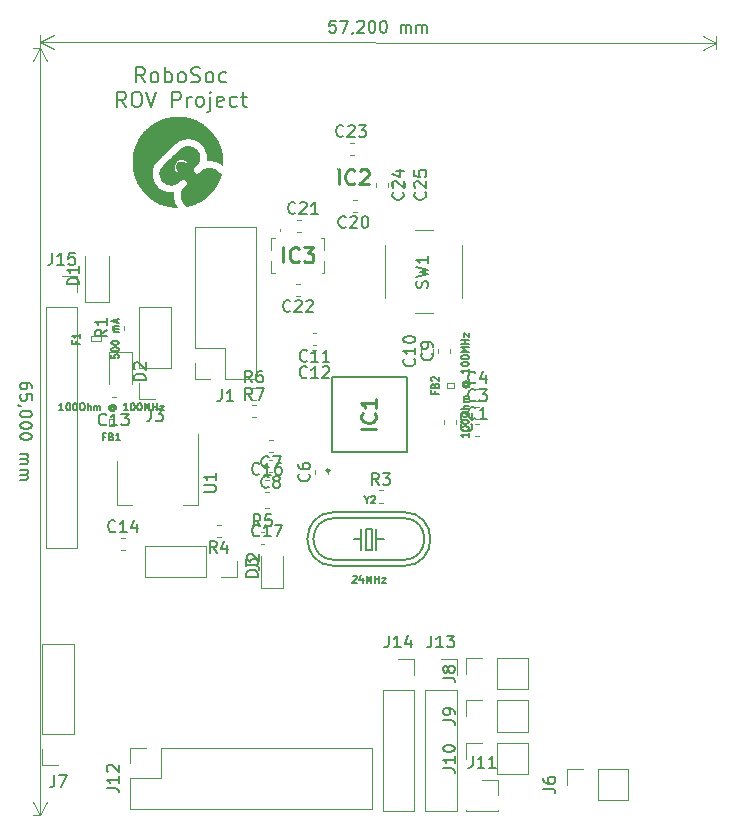
<source format=gbr>
%TF.GenerationSoftware,KiCad,Pcbnew,5.1.5+dfsg1-2build2*%
%TF.CreationDate,2021-10-16T11:12:39+01:00*%
%TF.ProjectId,bluePillG,626c7565-5069-46c6-9c47-2e6b69636164,rev?*%
%TF.SameCoordinates,Original*%
%TF.FileFunction,Legend,Top*%
%TF.FilePolarity,Positive*%
%FSLAX46Y46*%
G04 Gerber Fmt 4.6, Leading zero omitted, Abs format (unit mm)*
G04 Created by KiCad (PCBNEW 5.1.5+dfsg1-2build2) date 2021-10-16 11:12:39*
%MOMM*%
%LPD*%
G04 APERTURE LIST*
%ADD10C,0.150000*%
%ADD11C,0.120000*%
%ADD12C,0.010000*%
%ADD13C,0.254000*%
%ADD14C,0.200000*%
%ADD15C,0.100000*%
%ADD16C,0.152400*%
%ADD17C,0.203200*%
%ADD18C,0.066040*%
%ADD19C,0.127000*%
G04 APERTURE END LIST*
D10*
X31746826Y-46347024D02*
X31323493Y-45742262D01*
X31021112Y-46347024D02*
X31021112Y-45077024D01*
X31504921Y-45077024D01*
X31625874Y-45137501D01*
X31686350Y-45197977D01*
X31746826Y-45318929D01*
X31746826Y-45500358D01*
X31686350Y-45621310D01*
X31625874Y-45681786D01*
X31504921Y-45742262D01*
X31021112Y-45742262D01*
X32472540Y-46347024D02*
X32351588Y-46286548D01*
X32291112Y-46226072D01*
X32230635Y-46105120D01*
X32230635Y-45742262D01*
X32291112Y-45621310D01*
X32351588Y-45560834D01*
X32472540Y-45500358D01*
X32653969Y-45500358D01*
X32774921Y-45560834D01*
X32835397Y-45621310D01*
X32895874Y-45742262D01*
X32895874Y-46105120D01*
X32835397Y-46226072D01*
X32774921Y-46286548D01*
X32653969Y-46347024D01*
X32472540Y-46347024D01*
X33440159Y-46347024D02*
X33440159Y-45077024D01*
X33440159Y-45560834D02*
X33561112Y-45500358D01*
X33803016Y-45500358D01*
X33923969Y-45560834D01*
X33984445Y-45621310D01*
X34044921Y-45742262D01*
X34044921Y-46105120D01*
X33984445Y-46226072D01*
X33923969Y-46286548D01*
X33803016Y-46347024D01*
X33561112Y-46347024D01*
X33440159Y-46286548D01*
X34770635Y-46347024D02*
X34649683Y-46286548D01*
X34589207Y-46226072D01*
X34528731Y-46105120D01*
X34528731Y-45742262D01*
X34589207Y-45621310D01*
X34649683Y-45560834D01*
X34770635Y-45500358D01*
X34952064Y-45500358D01*
X35073016Y-45560834D01*
X35133493Y-45621310D01*
X35193969Y-45742262D01*
X35193969Y-46105120D01*
X35133493Y-46226072D01*
X35073016Y-46286548D01*
X34952064Y-46347024D01*
X34770635Y-46347024D01*
X35677778Y-46286548D02*
X35859207Y-46347024D01*
X36161588Y-46347024D01*
X36282540Y-46286548D01*
X36343016Y-46226072D01*
X36403493Y-46105120D01*
X36403493Y-45984167D01*
X36343016Y-45863215D01*
X36282540Y-45802739D01*
X36161588Y-45742262D01*
X35919683Y-45681786D01*
X35798731Y-45621310D01*
X35738254Y-45560834D01*
X35677778Y-45439881D01*
X35677778Y-45318929D01*
X35738254Y-45197977D01*
X35798731Y-45137501D01*
X35919683Y-45077024D01*
X36222064Y-45077024D01*
X36403493Y-45137501D01*
X37129207Y-46347024D02*
X37008254Y-46286548D01*
X36947778Y-46226072D01*
X36887302Y-46105120D01*
X36887302Y-45742262D01*
X36947778Y-45621310D01*
X37008254Y-45560834D01*
X37129207Y-45500358D01*
X37310635Y-45500358D01*
X37431588Y-45560834D01*
X37492064Y-45621310D01*
X37552540Y-45742262D01*
X37552540Y-46105120D01*
X37492064Y-46226072D01*
X37431588Y-46286548D01*
X37310635Y-46347024D01*
X37129207Y-46347024D01*
X38641112Y-46286548D02*
X38520159Y-46347024D01*
X38278254Y-46347024D01*
X38157302Y-46286548D01*
X38096826Y-46226072D01*
X38036350Y-46105120D01*
X38036350Y-45742262D01*
X38096826Y-45621310D01*
X38157302Y-45560834D01*
X38278254Y-45500358D01*
X38520159Y-45500358D01*
X38641112Y-45560834D01*
X30144207Y-48402024D02*
X29720874Y-47797262D01*
X29418493Y-48402024D02*
X29418493Y-47132024D01*
X29902302Y-47132024D01*
X30023254Y-47192501D01*
X30083731Y-47252977D01*
X30144207Y-47373929D01*
X30144207Y-47555358D01*
X30083731Y-47676310D01*
X30023254Y-47736786D01*
X29902302Y-47797262D01*
X29418493Y-47797262D01*
X30930397Y-47132024D02*
X31172302Y-47132024D01*
X31293254Y-47192501D01*
X31414207Y-47313453D01*
X31474683Y-47555358D01*
X31474683Y-47978691D01*
X31414207Y-48220596D01*
X31293254Y-48341548D01*
X31172302Y-48402024D01*
X30930397Y-48402024D01*
X30809445Y-48341548D01*
X30688493Y-48220596D01*
X30628016Y-47978691D01*
X30628016Y-47555358D01*
X30688493Y-47313453D01*
X30809445Y-47192501D01*
X30930397Y-47132024D01*
X31837540Y-47132024D02*
X32260874Y-48402024D01*
X32684207Y-47132024D01*
X34075159Y-48402024D02*
X34075159Y-47132024D01*
X34558969Y-47132024D01*
X34679921Y-47192501D01*
X34740397Y-47252977D01*
X34800874Y-47373929D01*
X34800874Y-47555358D01*
X34740397Y-47676310D01*
X34679921Y-47736786D01*
X34558969Y-47797262D01*
X34075159Y-47797262D01*
X35345159Y-48402024D02*
X35345159Y-47555358D01*
X35345159Y-47797262D02*
X35405635Y-47676310D01*
X35466112Y-47615834D01*
X35587064Y-47555358D01*
X35708016Y-47555358D01*
X36312778Y-48402024D02*
X36191826Y-48341548D01*
X36131350Y-48281072D01*
X36070874Y-48160120D01*
X36070874Y-47797262D01*
X36131350Y-47676310D01*
X36191826Y-47615834D01*
X36312778Y-47555358D01*
X36494207Y-47555358D01*
X36615159Y-47615834D01*
X36675635Y-47676310D01*
X36736112Y-47797262D01*
X36736112Y-48160120D01*
X36675635Y-48281072D01*
X36615159Y-48341548D01*
X36494207Y-48402024D01*
X36312778Y-48402024D01*
X37280397Y-47555358D02*
X37280397Y-48643929D01*
X37219921Y-48764881D01*
X37098969Y-48825358D01*
X37038493Y-48825358D01*
X37280397Y-47132024D02*
X37219921Y-47192501D01*
X37280397Y-47252977D01*
X37340874Y-47192501D01*
X37280397Y-47132024D01*
X37280397Y-47252977D01*
X38368969Y-48341548D02*
X38248016Y-48402024D01*
X38006112Y-48402024D01*
X37885159Y-48341548D01*
X37824683Y-48220596D01*
X37824683Y-47736786D01*
X37885159Y-47615834D01*
X38006112Y-47555358D01*
X38248016Y-47555358D01*
X38368969Y-47615834D01*
X38429445Y-47736786D01*
X38429445Y-47857739D01*
X37824683Y-47978691D01*
X39518016Y-48341548D02*
X39397064Y-48402024D01*
X39155159Y-48402024D01*
X39034207Y-48341548D01*
X38973731Y-48281072D01*
X38913254Y-48160120D01*
X38913254Y-47797262D01*
X38973731Y-47676310D01*
X39034207Y-47615834D01*
X39155159Y-47555358D01*
X39397064Y-47555358D01*
X39518016Y-47615834D01*
X39880874Y-47555358D02*
X40364683Y-47555358D01*
X40062302Y-47132024D02*
X40062302Y-48220596D01*
X40122778Y-48341548D01*
X40243731Y-48402024D01*
X40364683Y-48402024D01*
X22177619Y-72233333D02*
X22177619Y-72042857D01*
X22130000Y-71947619D01*
X22082380Y-71900000D01*
X21939523Y-71804761D01*
X21749047Y-71757142D01*
X21368095Y-71757142D01*
X21272857Y-71804761D01*
X21225238Y-71852380D01*
X21177619Y-71947619D01*
X21177619Y-72138095D01*
X21225238Y-72233333D01*
X21272857Y-72280952D01*
X21368095Y-72328571D01*
X21606190Y-72328571D01*
X21701428Y-72280952D01*
X21749047Y-72233333D01*
X21796666Y-72138095D01*
X21796666Y-71947619D01*
X21749047Y-71852380D01*
X21701428Y-71804761D01*
X21606190Y-71757142D01*
X22177619Y-73233333D02*
X22177619Y-72757142D01*
X21701428Y-72709523D01*
X21749047Y-72757142D01*
X21796666Y-72852380D01*
X21796666Y-73090476D01*
X21749047Y-73185714D01*
X21701428Y-73233333D01*
X21606190Y-73280952D01*
X21368095Y-73280952D01*
X21272857Y-73233333D01*
X21225238Y-73185714D01*
X21177619Y-73090476D01*
X21177619Y-72852380D01*
X21225238Y-72757142D01*
X21272857Y-72709523D01*
X21225238Y-73757142D02*
X21177619Y-73757142D01*
X21082380Y-73709523D01*
X21034761Y-73661904D01*
X22177619Y-74376190D02*
X22177619Y-74471428D01*
X22130000Y-74566666D01*
X22082380Y-74614285D01*
X21987142Y-74661904D01*
X21796666Y-74709523D01*
X21558571Y-74709523D01*
X21368095Y-74661904D01*
X21272857Y-74614285D01*
X21225238Y-74566666D01*
X21177619Y-74471428D01*
X21177619Y-74376190D01*
X21225238Y-74280952D01*
X21272857Y-74233333D01*
X21368095Y-74185714D01*
X21558571Y-74138095D01*
X21796666Y-74138095D01*
X21987142Y-74185714D01*
X22082380Y-74233333D01*
X22130000Y-74280952D01*
X22177619Y-74376190D01*
X22177619Y-75328571D02*
X22177619Y-75423809D01*
X22130000Y-75519047D01*
X22082380Y-75566666D01*
X21987142Y-75614285D01*
X21796666Y-75661904D01*
X21558571Y-75661904D01*
X21368095Y-75614285D01*
X21272857Y-75566666D01*
X21225238Y-75519047D01*
X21177619Y-75423809D01*
X21177619Y-75328571D01*
X21225238Y-75233333D01*
X21272857Y-75185714D01*
X21368095Y-75138095D01*
X21558571Y-75090476D01*
X21796666Y-75090476D01*
X21987142Y-75138095D01*
X22082380Y-75185714D01*
X22130000Y-75233333D01*
X22177619Y-75328571D01*
X22177619Y-76280952D02*
X22177619Y-76376190D01*
X22130000Y-76471428D01*
X22082380Y-76519047D01*
X21987142Y-76566666D01*
X21796666Y-76614285D01*
X21558571Y-76614285D01*
X21368095Y-76566666D01*
X21272857Y-76519047D01*
X21225238Y-76471428D01*
X21177619Y-76376190D01*
X21177619Y-76280952D01*
X21225238Y-76185714D01*
X21272857Y-76138095D01*
X21368095Y-76090476D01*
X21558571Y-76042857D01*
X21796666Y-76042857D01*
X21987142Y-76090476D01*
X22082380Y-76138095D01*
X22130000Y-76185714D01*
X22177619Y-76280952D01*
X21177619Y-77804761D02*
X21844285Y-77804761D01*
X21749047Y-77804761D02*
X21796666Y-77852380D01*
X21844285Y-77947619D01*
X21844285Y-78090476D01*
X21796666Y-78185714D01*
X21701428Y-78233333D01*
X21177619Y-78233333D01*
X21701428Y-78233333D02*
X21796666Y-78280952D01*
X21844285Y-78376190D01*
X21844285Y-78519047D01*
X21796666Y-78614285D01*
X21701428Y-78661904D01*
X21177619Y-78661904D01*
X21177619Y-79138095D02*
X21844285Y-79138095D01*
X21749047Y-79138095D02*
X21796666Y-79185714D01*
X21844285Y-79280952D01*
X21844285Y-79423809D01*
X21796666Y-79519047D01*
X21701428Y-79566666D01*
X21177619Y-79566666D01*
X21701428Y-79566666D02*
X21796666Y-79614285D01*
X21844285Y-79709523D01*
X21844285Y-79852380D01*
X21796666Y-79947619D01*
X21701428Y-79995238D01*
X21177619Y-79995238D01*
D11*
X22900000Y-43400000D02*
X22900000Y-108400000D01*
X22900000Y-43400000D02*
X22313579Y-43400000D01*
X22900000Y-108400000D02*
X22313579Y-108400000D01*
X22900000Y-108400000D02*
X22313579Y-107273496D01*
X22900000Y-108400000D02*
X23486421Y-107273496D01*
X22900000Y-43400000D02*
X22313579Y-44526504D01*
X22900000Y-43400000D02*
X23486421Y-44526504D01*
D10*
X47885009Y-41126057D02*
X47408819Y-41125225D01*
X47360368Y-41601331D01*
X47408070Y-41553796D01*
X47503391Y-41506343D01*
X47741486Y-41506759D01*
X47836641Y-41554545D01*
X47884176Y-41602247D01*
X47931629Y-41697568D01*
X47931213Y-41935663D01*
X47883427Y-42030818D01*
X47835725Y-42078354D01*
X47740404Y-42125806D01*
X47502309Y-42125390D01*
X47407154Y-42077604D01*
X47359618Y-42029902D01*
X48265961Y-41126723D02*
X48932626Y-41127889D01*
X48502307Y-42127138D01*
X49359532Y-42081018D02*
X49359449Y-42128637D01*
X49311663Y-42223791D01*
X49263961Y-42271327D01*
X49741982Y-41224542D02*
X49789685Y-41177006D01*
X49885006Y-41129554D01*
X50123101Y-41129970D01*
X50218255Y-41177756D01*
X50265791Y-41225458D01*
X50313244Y-41320779D01*
X50313077Y-41416017D01*
X50265208Y-41558791D01*
X49692782Y-42129219D01*
X50311828Y-42130302D01*
X50932623Y-41131385D02*
X51027861Y-41131552D01*
X51123016Y-41179337D01*
X51170552Y-41227039D01*
X51218004Y-41322361D01*
X51265290Y-41512920D01*
X51264874Y-41751015D01*
X51216922Y-41941407D01*
X51169136Y-42036562D01*
X51121434Y-42084098D01*
X51026113Y-42131550D01*
X50930875Y-42131384D01*
X50835720Y-42083598D01*
X50788185Y-42035896D01*
X50740732Y-41940575D01*
X50693446Y-41750016D01*
X50693862Y-41511921D01*
X50741814Y-41321528D01*
X50789600Y-41226373D01*
X50837302Y-41178838D01*
X50932623Y-41131385D01*
X51885003Y-41133050D02*
X51980241Y-41133217D01*
X52075395Y-41181002D01*
X52122931Y-41228704D01*
X52170384Y-41324026D01*
X52217669Y-41514585D01*
X52217253Y-41752680D01*
X52169301Y-41943072D01*
X52121516Y-42038227D01*
X52073814Y-42085763D01*
X51978492Y-42133215D01*
X51883254Y-42133049D01*
X51788100Y-42085263D01*
X51740564Y-42037561D01*
X51693112Y-41942240D01*
X51645826Y-41751681D01*
X51646242Y-41513586D01*
X51694194Y-41323193D01*
X51741979Y-41228038D01*
X51789681Y-41180503D01*
X51885003Y-41133050D01*
X53407062Y-42135713D02*
X53408227Y-41469047D01*
X53408061Y-41564285D02*
X53455763Y-41516749D01*
X53551084Y-41469297D01*
X53693941Y-41469547D01*
X53789096Y-41517332D01*
X53836548Y-41612653D01*
X53835632Y-42136462D01*
X53836548Y-41612653D02*
X53884334Y-41517499D01*
X53979655Y-41470046D01*
X54122512Y-41470296D01*
X54217666Y-41518081D01*
X54265119Y-41613403D01*
X54264203Y-42137211D01*
X54740393Y-42138044D02*
X54741558Y-41471378D01*
X54741392Y-41566616D02*
X54789094Y-41519080D01*
X54884415Y-41471628D01*
X55027272Y-41471878D01*
X55122427Y-41519663D01*
X55169879Y-41614984D01*
X55168964Y-42138793D01*
X55169879Y-41614984D02*
X55217665Y-41519830D01*
X55312986Y-41472377D01*
X55455843Y-41472627D01*
X55550998Y-41520412D01*
X55598450Y-41615734D01*
X55597534Y-42139542D01*
D11*
X80100874Y-43000001D02*
X22900874Y-42900001D01*
X80100000Y-43500000D02*
X80101899Y-42413581D01*
X22900000Y-43400000D02*
X22901899Y-42313581D01*
X22900874Y-42900001D02*
X24028401Y-42315551D01*
X22900874Y-42900001D02*
X24026351Y-43488390D01*
X80100874Y-43000001D02*
X78975397Y-42411612D01*
X80100874Y-43000001D02*
X78973347Y-43584451D01*
D12*
%TO.C,G\002A\002A\002A*%
G36*
X35481686Y-51748506D02*
G01*
X35581217Y-51760287D01*
X35599924Y-51763857D01*
X35644484Y-51774063D01*
X35685812Y-51786330D01*
X35729667Y-51802932D01*
X35781804Y-51826144D01*
X35847980Y-51858241D01*
X35882663Y-51875580D01*
X35929178Y-51903514D01*
X35982575Y-51942509D01*
X36036368Y-51987066D01*
X36084073Y-52031684D01*
X36119204Y-52070863D01*
X36128442Y-52084035D01*
X36151832Y-52118078D01*
X36174550Y-52145486D01*
X36177724Y-52148634D01*
X36194995Y-52170763D01*
X36217777Y-52207490D01*
X36238582Y-52245951D01*
X36298790Y-52384683D01*
X36336130Y-52518646D01*
X36351457Y-52652140D01*
X36346044Y-52785790D01*
X36338850Y-52841551D01*
X36330806Y-52889696D01*
X36323162Y-52923270D01*
X36319631Y-52932909D01*
X36309161Y-52956211D01*
X36293219Y-52995535D01*
X36274978Y-53043020D01*
X36272113Y-53050702D01*
X36242996Y-53114134D01*
X36201495Y-53185283D01*
X36152796Y-53256644D01*
X36102089Y-53320711D01*
X36054560Y-53369977D01*
X36046836Y-53376618D01*
X35986557Y-53429256D01*
X35930278Y-53483464D01*
X35882421Y-53534605D01*
X35847409Y-53578043D01*
X35833465Y-53600281D01*
X35814077Y-53661114D01*
X35809158Y-53732030D01*
X35818681Y-53802253D01*
X35834043Y-53845468D01*
X35865672Y-53894611D01*
X35912277Y-53947741D01*
X35966232Y-53997258D01*
X36019911Y-54035562D01*
X36031035Y-54041787D01*
X36100737Y-54064442D01*
X36152374Y-54068400D01*
X36197805Y-54064456D01*
X36242445Y-54051139D01*
X36290243Y-54026223D01*
X36345151Y-53987482D01*
X36411117Y-53932690D01*
X36442423Y-53904938D01*
X36520546Y-53836173D01*
X36586370Y-53782281D01*
X36645264Y-53739891D01*
X36702599Y-53705628D01*
X36763744Y-53676122D01*
X36834071Y-53647999D01*
X36875324Y-53633058D01*
X36931565Y-53614708D01*
X36982425Y-53602460D01*
X37037085Y-53594735D01*
X37104722Y-53589955D01*
X37133323Y-53588679D01*
X37226523Y-53587788D01*
X37312120Y-53592438D01*
X37385056Y-53602080D01*
X37440270Y-53616161D01*
X37458544Y-53624094D01*
X37479976Y-53633590D01*
X37517733Y-53648611D01*
X37564215Y-53666150D01*
X37571330Y-53668760D01*
X37666205Y-53712702D01*
X37761248Y-53775911D01*
X37859424Y-53860483D01*
X37901540Y-53902093D01*
X37958146Y-53954821D01*
X38017224Y-54001015D01*
X38073842Y-54037466D01*
X38123072Y-54060969D01*
X38157181Y-54068401D01*
X38178006Y-54073511D01*
X38179135Y-54090626D01*
X38172034Y-54116399D01*
X38161978Y-54154321D01*
X38158287Y-54168506D01*
X38147090Y-54207339D01*
X38136274Y-54237986D01*
X38133228Y-54244706D01*
X38125044Y-54264518D01*
X38110911Y-54302718D01*
X38092896Y-54353593D01*
X38075257Y-54404951D01*
X38053245Y-54467359D01*
X38030677Y-54526996D01*
X38010563Y-54576120D01*
X37998698Y-54601801D01*
X37979302Y-54641128D01*
X37954383Y-54693602D01*
X37928710Y-54749150D01*
X37923721Y-54760148D01*
X37900978Y-54808502D01*
X37880126Y-54849386D01*
X37864657Y-54876063D01*
X37861161Y-54880798D01*
X37847378Y-54901014D01*
X37826228Y-54936799D01*
X37801856Y-54981082D01*
X37797300Y-54989689D01*
X37771429Y-55036964D01*
X37746587Y-55079124D01*
X37727651Y-55107938D01*
X37725826Y-55110339D01*
X37705702Y-55137609D01*
X37678261Y-55176738D01*
X37654721Y-55211401D01*
X37583248Y-55311852D01*
X37497154Y-55422187D01*
X37401579Y-55536334D01*
X37301664Y-55648218D01*
X37202549Y-55751765D01*
X37171067Y-55782901D01*
X37046450Y-55901235D01*
X36930209Y-56004618D01*
X36815594Y-56098504D01*
X36695855Y-56188349D01*
X36564243Y-56279606D01*
X36520174Y-56308905D01*
X36469832Y-56340886D01*
X36409940Y-56377107D01*
X36346703Y-56414005D01*
X36286330Y-56448021D01*
X36235028Y-56475592D01*
X36199038Y-56493144D01*
X36163086Y-56509221D01*
X36112984Y-56532300D01*
X36057458Y-56558344D01*
X36035669Y-56568695D01*
X35987199Y-56591325D01*
X35947216Y-56609078D01*
X35921313Y-56619515D01*
X35915019Y-56621257D01*
X35899464Y-56625469D01*
X35865251Y-56636803D01*
X35817521Y-56653503D01*
X35764524Y-56672672D01*
X35698166Y-56695545D01*
X35622955Y-56719074D01*
X35544089Y-56741884D01*
X35466767Y-56762601D01*
X35396190Y-56779851D01*
X35337556Y-56792260D01*
X35296065Y-56798454D01*
X35286878Y-56798901D01*
X35251322Y-56787281D01*
X35230313Y-56764132D01*
X35212591Y-56741405D01*
X35181465Y-56705649D01*
X35141412Y-56661873D01*
X35099391Y-56617646D01*
X35053701Y-56569320D01*
X35011496Y-56522665D01*
X34977762Y-56483313D01*
X34958787Y-56458826D01*
X34934650Y-56425351D01*
X34913515Y-56398553D01*
X34908476Y-56392882D01*
X34888761Y-56363657D01*
X34865172Y-56315685D01*
X34840171Y-56254819D01*
X34816220Y-56186907D01*
X34801451Y-56138501D01*
X34779134Y-56022164D01*
X34773099Y-55894401D01*
X34782614Y-55762642D01*
X34806949Y-55634320D01*
X34845371Y-55516867D01*
X34867360Y-55468955D01*
X34918013Y-55385875D01*
X34987665Y-55296076D01*
X35072550Y-55204099D01*
X35140550Y-55139470D01*
X35202926Y-55080789D01*
X35247257Y-55031830D01*
X35276340Y-54987800D01*
X35292973Y-54943905D01*
X35299955Y-54895350D01*
X35300695Y-54865068D01*
X35293543Y-54799832D01*
X35270864Y-54739816D01*
X35229949Y-54679713D01*
X35176871Y-54622699D01*
X35133898Y-54582957D01*
X35099055Y-54557581D01*
X35064078Y-54541533D01*
X35026763Y-54531159D01*
X34942576Y-54522057D01*
X34863177Y-54533456D01*
X34815170Y-54552715D01*
X34796677Y-54566066D01*
X34763880Y-54593079D01*
X34721064Y-54630104D01*
X34672514Y-54673494D01*
X34661204Y-54683791D01*
X34533697Y-54788862D01*
X34404774Y-54872863D01*
X34276897Y-54934313D01*
X34202424Y-54959539D01*
X34100928Y-54980235D01*
X33988214Y-54989539D01*
X33870814Y-54987941D01*
X33755260Y-54975932D01*
X33648085Y-54954000D01*
X33555821Y-54922638D01*
X33526991Y-54908857D01*
X33428997Y-54853964D01*
X33349820Y-54801830D01*
X33283784Y-54748490D01*
X33247629Y-54713771D01*
X33147782Y-54597501D01*
X33071909Y-54476264D01*
X33019092Y-54347602D01*
X32988411Y-54209053D01*
X32978948Y-54058160D01*
X32980615Y-53999208D01*
X32991784Y-53879411D01*
X33013842Y-53771804D01*
X33048813Y-53672511D01*
X33098722Y-53577655D01*
X33165592Y-53483362D01*
X33170439Y-53477851D01*
X34203337Y-53477851D01*
X34204005Y-53542859D01*
X34206012Y-53589432D01*
X34210732Y-53624532D01*
X34219543Y-53655123D01*
X34233820Y-53688168D01*
X34252239Y-53725285D01*
X34306841Y-53821995D01*
X34360265Y-53893481D01*
X34412619Y-53939886D01*
X34417493Y-53942965D01*
X34449169Y-53960681D01*
X34470736Y-53965335D01*
X34493148Y-53958063D01*
X34504883Y-53952026D01*
X34542731Y-53925473D01*
X34560486Y-53894883D01*
X34558073Y-53857375D01*
X34535415Y-53810067D01*
X34499808Y-53759514D01*
X34449424Y-53684933D01*
X34418033Y-53612841D01*
X34402468Y-53533917D01*
X34399274Y-53463608D01*
X34410197Y-53357707D01*
X34442862Y-53264919D01*
X34497107Y-53185497D01*
X34572774Y-53119689D01*
X34646293Y-53078095D01*
X34691429Y-53058567D01*
X34730147Y-53046989D01*
X34772462Y-53041378D01*
X34828390Y-53039751D01*
X34840069Y-53039728D01*
X34897675Y-53040709D01*
X34939236Y-53044926D01*
X34974076Y-53054344D01*
X35011518Y-53070924D01*
X35027924Y-53079281D01*
X35077607Y-53108642D01*
X35126542Y-53143298D01*
X35154924Y-53167314D01*
X35201288Y-53206018D01*
X35239506Y-53223512D01*
X35274052Y-53220630D01*
X35309401Y-53198205D01*
X35311438Y-53196438D01*
X35342007Y-53160405D01*
X35351615Y-53128947D01*
X35340494Y-53094270D01*
X35310252Y-53052997D01*
X35265128Y-53008512D01*
X35209358Y-52964199D01*
X35147181Y-52923443D01*
X35082832Y-52889628D01*
X35023704Y-52867060D01*
X34963815Y-52854502D01*
X34889524Y-52846918D01*
X34837424Y-52845246D01*
X34733110Y-52850361D01*
X34641968Y-52868097D01*
X34557554Y-52900912D01*
X34473424Y-52951268D01*
X34389515Y-53016226D01*
X34367565Y-53038817D01*
X34339735Y-53072925D01*
X34310526Y-53112255D01*
X34284436Y-53150514D01*
X34265967Y-53181408D01*
X34259574Y-53197979D01*
X34254556Y-53212553D01*
X34241696Y-53242214D01*
X34230999Y-53265264D01*
X34218474Y-53294774D01*
X34210265Y-53324505D01*
X34205551Y-53360746D01*
X34203515Y-53409789D01*
X34203337Y-53477851D01*
X33170439Y-53477851D01*
X33251446Y-53385755D01*
X33353151Y-53285761D01*
X33412551Y-53230122D01*
X33471410Y-53174609D01*
X33524706Y-53123988D01*
X33567412Y-53083023D01*
X33585823Y-53065101D01*
X33619628Y-53032424D01*
X33667161Y-52987236D01*
X33723457Y-52934221D01*
X33783548Y-52878064D01*
X33821473Y-52842851D01*
X33877474Y-52790870D01*
X33929132Y-52742678D01*
X33972650Y-52701835D01*
X34004229Y-52671902D01*
X34018051Y-52658500D01*
X34040266Y-52636902D01*
X34075835Y-52602989D01*
X34119511Y-52561741D01*
X34157974Y-52525677D01*
X34199036Y-52487127D01*
X34254154Y-52435118D01*
X34319014Y-52373733D01*
X34389305Y-52307057D01*
X34460714Y-52239174D01*
X34493041Y-52208388D01*
X34557228Y-52147521D01*
X34616593Y-52091781D01*
X34668271Y-52043816D01*
X34709395Y-52006273D01*
X34737099Y-51981799D01*
X34747041Y-51973814D01*
X34773948Y-51953843D01*
X34807521Y-51926695D01*
X34816387Y-51919174D01*
X34861543Y-51887650D01*
X34924092Y-51853683D01*
X34996675Y-51820526D01*
X35071931Y-51791433D01*
X35142501Y-51769657D01*
X35168289Y-51763616D01*
X35263895Y-51750164D01*
X35372136Y-51745129D01*
X35481686Y-51748506D01*
G37*
X35481686Y-51748506D02*
X35581217Y-51760287D01*
X35599924Y-51763857D01*
X35644484Y-51774063D01*
X35685812Y-51786330D01*
X35729667Y-51802932D01*
X35781804Y-51826144D01*
X35847980Y-51858241D01*
X35882663Y-51875580D01*
X35929178Y-51903514D01*
X35982575Y-51942509D01*
X36036368Y-51987066D01*
X36084073Y-52031684D01*
X36119204Y-52070863D01*
X36128442Y-52084035D01*
X36151832Y-52118078D01*
X36174550Y-52145486D01*
X36177724Y-52148634D01*
X36194995Y-52170763D01*
X36217777Y-52207490D01*
X36238582Y-52245951D01*
X36298790Y-52384683D01*
X36336130Y-52518646D01*
X36351457Y-52652140D01*
X36346044Y-52785790D01*
X36338850Y-52841551D01*
X36330806Y-52889696D01*
X36323162Y-52923270D01*
X36319631Y-52932909D01*
X36309161Y-52956211D01*
X36293219Y-52995535D01*
X36274978Y-53043020D01*
X36272113Y-53050702D01*
X36242996Y-53114134D01*
X36201495Y-53185283D01*
X36152796Y-53256644D01*
X36102089Y-53320711D01*
X36054560Y-53369977D01*
X36046836Y-53376618D01*
X35986557Y-53429256D01*
X35930278Y-53483464D01*
X35882421Y-53534605D01*
X35847409Y-53578043D01*
X35833465Y-53600281D01*
X35814077Y-53661114D01*
X35809158Y-53732030D01*
X35818681Y-53802253D01*
X35834043Y-53845468D01*
X35865672Y-53894611D01*
X35912277Y-53947741D01*
X35966232Y-53997258D01*
X36019911Y-54035562D01*
X36031035Y-54041787D01*
X36100737Y-54064442D01*
X36152374Y-54068400D01*
X36197805Y-54064456D01*
X36242445Y-54051139D01*
X36290243Y-54026223D01*
X36345151Y-53987482D01*
X36411117Y-53932690D01*
X36442423Y-53904938D01*
X36520546Y-53836173D01*
X36586370Y-53782281D01*
X36645264Y-53739891D01*
X36702599Y-53705628D01*
X36763744Y-53676122D01*
X36834071Y-53647999D01*
X36875324Y-53633058D01*
X36931565Y-53614708D01*
X36982425Y-53602460D01*
X37037085Y-53594735D01*
X37104722Y-53589955D01*
X37133323Y-53588679D01*
X37226523Y-53587788D01*
X37312120Y-53592438D01*
X37385056Y-53602080D01*
X37440270Y-53616161D01*
X37458544Y-53624094D01*
X37479976Y-53633590D01*
X37517733Y-53648611D01*
X37564215Y-53666150D01*
X37571330Y-53668760D01*
X37666205Y-53712702D01*
X37761248Y-53775911D01*
X37859424Y-53860483D01*
X37901540Y-53902093D01*
X37958146Y-53954821D01*
X38017224Y-54001015D01*
X38073842Y-54037466D01*
X38123072Y-54060969D01*
X38157181Y-54068401D01*
X38178006Y-54073511D01*
X38179135Y-54090626D01*
X38172034Y-54116399D01*
X38161978Y-54154321D01*
X38158287Y-54168506D01*
X38147090Y-54207339D01*
X38136274Y-54237986D01*
X38133228Y-54244706D01*
X38125044Y-54264518D01*
X38110911Y-54302718D01*
X38092896Y-54353593D01*
X38075257Y-54404951D01*
X38053245Y-54467359D01*
X38030677Y-54526996D01*
X38010563Y-54576120D01*
X37998698Y-54601801D01*
X37979302Y-54641128D01*
X37954383Y-54693602D01*
X37928710Y-54749150D01*
X37923721Y-54760148D01*
X37900978Y-54808502D01*
X37880126Y-54849386D01*
X37864657Y-54876063D01*
X37861161Y-54880798D01*
X37847378Y-54901014D01*
X37826228Y-54936799D01*
X37801856Y-54981082D01*
X37797300Y-54989689D01*
X37771429Y-55036964D01*
X37746587Y-55079124D01*
X37727651Y-55107938D01*
X37725826Y-55110339D01*
X37705702Y-55137609D01*
X37678261Y-55176738D01*
X37654721Y-55211401D01*
X37583248Y-55311852D01*
X37497154Y-55422187D01*
X37401579Y-55536334D01*
X37301664Y-55648218D01*
X37202549Y-55751765D01*
X37171067Y-55782901D01*
X37046450Y-55901235D01*
X36930209Y-56004618D01*
X36815594Y-56098504D01*
X36695855Y-56188349D01*
X36564243Y-56279606D01*
X36520174Y-56308905D01*
X36469832Y-56340886D01*
X36409940Y-56377107D01*
X36346703Y-56414005D01*
X36286330Y-56448021D01*
X36235028Y-56475592D01*
X36199038Y-56493144D01*
X36163086Y-56509221D01*
X36112984Y-56532300D01*
X36057458Y-56558344D01*
X36035669Y-56568695D01*
X35987199Y-56591325D01*
X35947216Y-56609078D01*
X35921313Y-56619515D01*
X35915019Y-56621257D01*
X35899464Y-56625469D01*
X35865251Y-56636803D01*
X35817521Y-56653503D01*
X35764524Y-56672672D01*
X35698166Y-56695545D01*
X35622955Y-56719074D01*
X35544089Y-56741884D01*
X35466767Y-56762601D01*
X35396190Y-56779851D01*
X35337556Y-56792260D01*
X35296065Y-56798454D01*
X35286878Y-56798901D01*
X35251322Y-56787281D01*
X35230313Y-56764132D01*
X35212591Y-56741405D01*
X35181465Y-56705649D01*
X35141412Y-56661873D01*
X35099391Y-56617646D01*
X35053701Y-56569320D01*
X35011496Y-56522665D01*
X34977762Y-56483313D01*
X34958787Y-56458826D01*
X34934650Y-56425351D01*
X34913515Y-56398553D01*
X34908476Y-56392882D01*
X34888761Y-56363657D01*
X34865172Y-56315685D01*
X34840171Y-56254819D01*
X34816220Y-56186907D01*
X34801451Y-56138501D01*
X34779134Y-56022164D01*
X34773099Y-55894401D01*
X34782614Y-55762642D01*
X34806949Y-55634320D01*
X34845371Y-55516867D01*
X34867360Y-55468955D01*
X34918013Y-55385875D01*
X34987665Y-55296076D01*
X35072550Y-55204099D01*
X35140550Y-55139470D01*
X35202926Y-55080789D01*
X35247257Y-55031830D01*
X35276340Y-54987800D01*
X35292973Y-54943905D01*
X35299955Y-54895350D01*
X35300695Y-54865068D01*
X35293543Y-54799832D01*
X35270864Y-54739816D01*
X35229949Y-54679713D01*
X35176871Y-54622699D01*
X35133898Y-54582957D01*
X35099055Y-54557581D01*
X35064078Y-54541533D01*
X35026763Y-54531159D01*
X34942576Y-54522057D01*
X34863177Y-54533456D01*
X34815170Y-54552715D01*
X34796677Y-54566066D01*
X34763880Y-54593079D01*
X34721064Y-54630104D01*
X34672514Y-54673494D01*
X34661204Y-54683791D01*
X34533697Y-54788862D01*
X34404774Y-54872863D01*
X34276897Y-54934313D01*
X34202424Y-54959539D01*
X34100928Y-54980235D01*
X33988214Y-54989539D01*
X33870814Y-54987941D01*
X33755260Y-54975932D01*
X33648085Y-54954000D01*
X33555821Y-54922638D01*
X33526991Y-54908857D01*
X33428997Y-54853964D01*
X33349820Y-54801830D01*
X33283784Y-54748490D01*
X33247629Y-54713771D01*
X33147782Y-54597501D01*
X33071909Y-54476264D01*
X33019092Y-54347602D01*
X32988411Y-54209053D01*
X32978948Y-54058160D01*
X32980615Y-53999208D01*
X32991784Y-53879411D01*
X33013842Y-53771804D01*
X33048813Y-53672511D01*
X33098722Y-53577655D01*
X33165592Y-53483362D01*
X33170439Y-53477851D01*
X34203337Y-53477851D01*
X34204005Y-53542859D01*
X34206012Y-53589432D01*
X34210732Y-53624532D01*
X34219543Y-53655123D01*
X34233820Y-53688168D01*
X34252239Y-53725285D01*
X34306841Y-53821995D01*
X34360265Y-53893481D01*
X34412619Y-53939886D01*
X34417493Y-53942965D01*
X34449169Y-53960681D01*
X34470736Y-53965335D01*
X34493148Y-53958063D01*
X34504883Y-53952026D01*
X34542731Y-53925473D01*
X34560486Y-53894883D01*
X34558073Y-53857375D01*
X34535415Y-53810067D01*
X34499808Y-53759514D01*
X34449424Y-53684933D01*
X34418033Y-53612841D01*
X34402468Y-53533917D01*
X34399274Y-53463608D01*
X34410197Y-53357707D01*
X34442862Y-53264919D01*
X34497107Y-53185497D01*
X34572774Y-53119689D01*
X34646293Y-53078095D01*
X34691429Y-53058567D01*
X34730147Y-53046989D01*
X34772462Y-53041378D01*
X34828390Y-53039751D01*
X34840069Y-53039728D01*
X34897675Y-53040709D01*
X34939236Y-53044926D01*
X34974076Y-53054344D01*
X35011518Y-53070924D01*
X35027924Y-53079281D01*
X35077607Y-53108642D01*
X35126542Y-53143298D01*
X35154924Y-53167314D01*
X35201288Y-53206018D01*
X35239506Y-53223512D01*
X35274052Y-53220630D01*
X35309401Y-53198205D01*
X35311438Y-53196438D01*
X35342007Y-53160405D01*
X35351615Y-53128947D01*
X35340494Y-53094270D01*
X35310252Y-53052997D01*
X35265128Y-53008512D01*
X35209358Y-52964199D01*
X35147181Y-52923443D01*
X35082832Y-52889628D01*
X35023704Y-52867060D01*
X34963815Y-52854502D01*
X34889524Y-52846918D01*
X34837424Y-52845246D01*
X34733110Y-52850361D01*
X34641968Y-52868097D01*
X34557554Y-52900912D01*
X34473424Y-52951268D01*
X34389515Y-53016226D01*
X34367565Y-53038817D01*
X34339735Y-53072925D01*
X34310526Y-53112255D01*
X34284436Y-53150514D01*
X34265967Y-53181408D01*
X34259574Y-53197979D01*
X34254556Y-53212553D01*
X34241696Y-53242214D01*
X34230999Y-53265264D01*
X34218474Y-53294774D01*
X34210265Y-53324505D01*
X34205551Y-53360746D01*
X34203515Y-53409789D01*
X34203337Y-53477851D01*
X33170439Y-53477851D01*
X33251446Y-53385755D01*
X33353151Y-53285761D01*
X33412551Y-53230122D01*
X33471410Y-53174609D01*
X33524706Y-53123988D01*
X33567412Y-53083023D01*
X33585823Y-53065101D01*
X33619628Y-53032424D01*
X33667161Y-52987236D01*
X33723457Y-52934221D01*
X33783548Y-52878064D01*
X33821473Y-52842851D01*
X33877474Y-52790870D01*
X33929132Y-52742678D01*
X33972650Y-52701835D01*
X34004229Y-52671902D01*
X34018051Y-52658500D01*
X34040266Y-52636902D01*
X34075835Y-52602989D01*
X34119511Y-52561741D01*
X34157974Y-52525677D01*
X34199036Y-52487127D01*
X34254154Y-52435118D01*
X34319014Y-52373733D01*
X34389305Y-52307057D01*
X34460714Y-52239174D01*
X34493041Y-52208388D01*
X34557228Y-52147521D01*
X34616593Y-52091781D01*
X34668271Y-52043816D01*
X34709395Y-52006273D01*
X34737099Y-51981799D01*
X34747041Y-51973814D01*
X34773948Y-51953843D01*
X34807521Y-51926695D01*
X34816387Y-51919174D01*
X34861543Y-51887650D01*
X34924092Y-51853683D01*
X34996675Y-51820526D01*
X35071931Y-51791433D01*
X35142501Y-51769657D01*
X35168289Y-51763616D01*
X35263895Y-51750164D01*
X35372136Y-51745129D01*
X35481686Y-51748506D01*
G36*
X34646156Y-49265295D02*
G01*
X34737201Y-49266925D01*
X34817302Y-49269411D01*
X34881941Y-49272753D01*
X34926604Y-49276950D01*
X34932674Y-49277880D01*
X34984291Y-49286578D01*
X35049310Y-49297444D01*
X35116066Y-49308531D01*
X35135874Y-49311806D01*
X35427883Y-49369666D01*
X35701386Y-49443928D01*
X35957593Y-49534981D01*
X36197718Y-49643216D01*
X36253474Y-49671996D01*
X36309153Y-49702492D01*
X36370347Y-49737651D01*
X36431560Y-49774135D01*
X36487296Y-49808607D01*
X36532059Y-49837729D01*
X36560353Y-49858161D01*
X36561334Y-49858977D01*
X36588175Y-49879212D01*
X36607537Y-49889695D01*
X36609877Y-49890100D01*
X36626385Y-49897903D01*
X36658788Y-49919525D01*
X36703668Y-49952283D01*
X36757610Y-49993498D01*
X36817198Y-50040488D01*
X36879013Y-50090573D01*
X36939640Y-50141070D01*
X36995661Y-50189301D01*
X37028174Y-50218333D01*
X37160169Y-50342139D01*
X37278483Y-50461777D01*
X37390484Y-50585157D01*
X37503540Y-50720186D01*
X37550605Y-50779101D01*
X37610252Y-50858823D01*
X37674544Y-50951979D01*
X37739921Y-51052796D01*
X37802822Y-51155502D01*
X37859688Y-51254322D01*
X37906960Y-51343484D01*
X37934350Y-51401401D01*
X37959381Y-51456879D01*
X37986914Y-51515459D01*
X38005680Y-51553801D01*
X38026669Y-51600699D01*
X38052478Y-51666309D01*
X38081151Y-51744864D01*
X38110732Y-51830597D01*
X38139264Y-51917740D01*
X38164792Y-52000526D01*
X38185359Y-52073188D01*
X38195219Y-52112601D01*
X38208567Y-52175076D01*
X38223007Y-52250107D01*
X38236158Y-52325091D01*
X38240781Y-52353901D01*
X38250633Y-52414536D01*
X38260557Y-52470457D01*
X38269138Y-52513935D01*
X38273283Y-52531701D01*
X38281477Y-52574982D01*
X38289053Y-52638379D01*
X38295821Y-52716999D01*
X38301590Y-52805952D01*
X38306169Y-52900343D01*
X38309367Y-52995282D01*
X38310993Y-53085875D01*
X38310857Y-53167232D01*
X38308769Y-53234459D01*
X38304536Y-53282665D01*
X38302936Y-53292113D01*
X38293493Y-53319480D01*
X38281420Y-53331717D01*
X38280711Y-53331762D01*
X38265421Y-53324491D01*
X38234628Y-53304763D01*
X38192921Y-53275662D01*
X38148674Y-53243119D01*
X38093130Y-53203163D01*
X38036275Y-53165345D01*
X37985906Y-53134708D01*
X37958174Y-53119991D01*
X37916667Y-53099340D01*
X37882707Y-53080750D01*
X37866374Y-53070208D01*
X37839186Y-53055420D01*
X37792660Y-53037262D01*
X37732350Y-53017394D01*
X37663815Y-52997477D01*
X37592611Y-52979175D01*
X37524296Y-52964148D01*
X37491724Y-52958175D01*
X37430794Y-52947654D01*
X37372942Y-52937138D01*
X37326902Y-52928237D01*
X37310566Y-52924789D01*
X37258290Y-52916915D01*
X37197465Y-52913367D01*
X37137048Y-52914114D01*
X37085995Y-52919124D01*
X37059205Y-52925673D01*
X37022511Y-52931199D01*
X37000279Y-52916526D01*
X36995080Y-52883900D01*
X36997116Y-52871446D01*
X37002180Y-52830617D01*
X37004637Y-52770915D01*
X37004668Y-52698714D01*
X37002457Y-52620388D01*
X36998184Y-52542310D01*
X36992034Y-52470855D01*
X36984187Y-52412395D01*
X36983952Y-52411051D01*
X36936824Y-52214066D01*
X36866650Y-52027752D01*
X36773470Y-51852193D01*
X36657326Y-51687472D01*
X36583674Y-51601526D01*
X36516650Y-51534342D01*
X36437843Y-51464975D01*
X36354781Y-51399474D01*
X36274995Y-51343891D01*
X36228074Y-51315737D01*
X36184754Y-51291135D01*
X36148490Y-51269172D01*
X36126700Y-51254352D01*
X36125913Y-51253703D01*
X36103777Y-51241180D01*
X36063164Y-51223553D01*
X36009949Y-51202942D01*
X35950005Y-51181465D01*
X35889207Y-51161244D01*
X35833428Y-51144396D01*
X35796274Y-51134751D01*
X35755501Y-51124169D01*
X35724572Y-51113966D01*
X35713551Y-51108574D01*
X35696508Y-51103560D01*
X35659551Y-51097333D01*
X35608088Y-51090679D01*
X35547527Y-51084384D01*
X35546258Y-51084267D01*
X35477790Y-51079987D01*
X35400707Y-51078466D01*
X35320134Y-51079447D01*
X35241192Y-51082672D01*
X35169005Y-51087885D01*
X35108697Y-51094829D01*
X35065389Y-51103244D01*
X35049047Y-51109237D01*
X35028307Y-51117295D01*
X34989310Y-51129829D01*
X34938369Y-51144875D01*
X34900924Y-51155323D01*
X34820056Y-51178555D01*
X34754144Y-51201024D01*
X34694387Y-51226506D01*
X34631985Y-51258783D01*
X34558137Y-51301631D01*
X34552958Y-51304736D01*
X34496499Y-51339551D01*
X34445285Y-51373575D01*
X34395683Y-51409759D01*
X34344060Y-51451056D01*
X34286783Y-51500417D01*
X34220219Y-51560794D01*
X34140734Y-51635139D01*
X34107174Y-51666920D01*
X34038885Y-51731631D01*
X33967624Y-51798974D01*
X33898740Y-51863907D01*
X33837580Y-51921387D01*
X33789674Y-51966206D01*
X33730352Y-52021752D01*
X33661849Y-52086304D01*
X33593281Y-52151251D01*
X33541692Y-52200398D01*
X33483708Y-52255511D01*
X33414866Y-52320434D01*
X33343012Y-52387793D01*
X33275994Y-52450216D01*
X33263438Y-52461851D01*
X33205299Y-52515890D01*
X33147298Y-52570192D01*
X33094868Y-52619644D01*
X33053442Y-52659134D01*
X33040753Y-52671401D01*
X33005820Y-52705395D01*
X32957987Y-52751931D01*
X32902565Y-52805844D01*
X32844865Y-52861968D01*
X32820532Y-52885633D01*
X32678261Y-53037915D01*
X32560160Y-53194929D01*
X32465189Y-53358294D01*
X32392311Y-53529632D01*
X32375661Y-53579451D01*
X32342036Y-53715005D01*
X32321301Y-53863209D01*
X32313232Y-54018465D01*
X32317603Y-54175178D01*
X32334191Y-54327751D01*
X32362772Y-54470587D01*
X32403119Y-54598089D01*
X32417947Y-54633551D01*
X32449371Y-54702805D01*
X32479347Y-54766968D01*
X32505928Y-54822044D01*
X32527164Y-54864038D01*
X32541109Y-54888956D01*
X32544915Y-54893901D01*
X32555947Y-54906854D01*
X32576814Y-54935177D01*
X32603280Y-54973095D01*
X32607040Y-54978618D01*
X32676678Y-55068621D01*
X32764646Y-55162610D01*
X32865450Y-55255762D01*
X32973599Y-55343254D01*
X33083598Y-55420260D01*
X33165492Y-55469043D01*
X33214555Y-55492660D01*
X33280892Y-55520343D01*
X33357276Y-55549477D01*
X33436476Y-55577445D01*
X33511263Y-55601633D01*
X33574406Y-55619425D01*
X33593527Y-55623897D01*
X33649780Y-55633176D01*
X33724855Y-55641425D01*
X33812179Y-55648045D01*
X33905178Y-55652433D01*
X33906013Y-55652461D01*
X34117602Y-55659347D01*
X34110714Y-55825899D01*
X34113271Y-56015021D01*
X34135888Y-56201296D01*
X34172836Y-56360751D01*
X34188635Y-56407590D01*
X34211464Y-56465637D01*
X34238996Y-56529945D01*
X34268908Y-56595563D01*
X34298875Y-56657544D01*
X34326572Y-56710941D01*
X34349674Y-56750804D01*
X34365857Y-56772185D01*
X34366315Y-56772576D01*
X34385172Y-56793866D01*
X34405327Y-56824224D01*
X34420447Y-56853276D01*
X34424674Y-56868120D01*
X34412851Y-56871919D01*
X34380744Y-56873911D01*
X34333391Y-56874249D01*
X34275830Y-56873087D01*
X34213101Y-56870580D01*
X34150243Y-56866883D01*
X34092294Y-56862150D01*
X34044295Y-56856535D01*
X34043674Y-56856444D01*
X33933896Y-56839313D01*
X33821886Y-56819887D01*
X33711594Y-56799011D01*
X33606967Y-56777526D01*
X33511954Y-56756275D01*
X33430504Y-56736103D01*
X33366565Y-56717850D01*
X33326124Y-56703271D01*
X33297587Y-56691943D01*
X33252433Y-56675316D01*
X33198143Y-56656113D01*
X33167374Y-56645531D01*
X33033809Y-56594351D01*
X32887160Y-56527811D01*
X32732356Y-56448456D01*
X32574328Y-56358832D01*
X32418007Y-56261485D01*
X32397411Y-56247961D01*
X32295436Y-56176047D01*
X32183227Y-56089077D01*
X32066363Y-55991876D01*
X31950419Y-55889267D01*
X31840972Y-55786076D01*
X31743599Y-55687126D01*
X31721251Y-55663021D01*
X31677000Y-55614621D01*
X31633641Y-55567218D01*
X31597371Y-55527585D01*
X31581128Y-55509851D01*
X31552719Y-55476718D01*
X31514154Y-55428877D01*
X31469746Y-55371994D01*
X31423811Y-55311732D01*
X31380663Y-55253758D01*
X31344617Y-55203736D01*
X31319987Y-55167331D01*
X31318764Y-55165377D01*
X31295483Y-55128794D01*
X31268117Y-55086974D01*
X31261118Y-55076477D01*
X31213774Y-55000579D01*
X31161044Y-54906794D01*
X31106218Y-54801109D01*
X31077043Y-54741501D01*
X31050147Y-54685770D01*
X31024719Y-54633751D01*
X31004376Y-54592808D01*
X30995998Y-54576401D01*
X30982510Y-54546204D01*
X30963948Y-54498827D01*
X30942972Y-54441281D01*
X30926114Y-54392251D01*
X30905828Y-54332544D01*
X30886744Y-54278178D01*
X30871230Y-54235794D01*
X30862750Y-54214451D01*
X30848963Y-54174675D01*
X30832509Y-54113594D01*
X30814156Y-54035070D01*
X30794673Y-53942964D01*
X30774826Y-53841137D01*
X30755383Y-53733451D01*
X30737114Y-53623768D01*
X30720784Y-53515949D01*
X30713749Y-53465151D01*
X30709234Y-53416004D01*
X30705716Y-53346840D01*
X30703193Y-53262633D01*
X30701664Y-53168357D01*
X30701128Y-53068986D01*
X30701584Y-52969492D01*
X30703031Y-52874851D01*
X30705467Y-52790036D01*
X30708891Y-52720020D01*
X30713303Y-52669778D01*
X30713936Y-52665051D01*
X30734676Y-52526402D01*
X30756758Y-52392834D01*
X30779434Y-52268209D01*
X30801958Y-52156388D01*
X30823581Y-52061235D01*
X30843558Y-51986611D01*
X30847795Y-51972901D01*
X30876807Y-51884713D01*
X30908080Y-51794180D01*
X30939568Y-51706883D01*
X30969222Y-51628405D01*
X30994994Y-51564326D01*
X31010863Y-51528401D01*
X31037651Y-51471830D01*
X31066696Y-51410570D01*
X31086122Y-51369651D01*
X31135415Y-51274103D01*
X31197711Y-51166089D01*
X31268933Y-51051943D01*
X31345002Y-50937995D01*
X31421840Y-50830579D01*
X31489698Y-50742978D01*
X31531999Y-50690871D01*
X31572644Y-50640753D01*
X31606580Y-50598858D01*
X31626255Y-50574518D01*
X31657043Y-50539200D01*
X31702287Y-50490946D01*
X31757722Y-50433984D01*
X31819080Y-50372540D01*
X31882093Y-50310840D01*
X31942496Y-50253111D01*
X31996019Y-50203582D01*
X32037074Y-50167583D01*
X32189834Y-50043323D01*
X32331519Y-49936104D01*
X32466645Y-49842915D01*
X32599727Y-49760742D01*
X32735281Y-49686574D01*
X32824474Y-49642368D01*
X32880225Y-49615535D01*
X32932259Y-49590140D01*
X32973203Y-49569797D01*
X32989574Y-49561419D01*
X33019732Y-49547831D01*
X33067045Y-49529054D01*
X33124520Y-49507780D01*
X33173724Y-49490563D01*
X33231675Y-49470631D01*
X33282665Y-49452706D01*
X33320745Y-49438905D01*
X33338824Y-49431861D01*
X33376630Y-49417365D01*
X33425850Y-49402386D01*
X33488431Y-49386523D01*
X33566320Y-49369370D01*
X33661464Y-49350524D01*
X33775812Y-49329582D01*
X33911310Y-49306140D01*
X34069907Y-49279794D01*
X34081774Y-49277855D01*
X34122971Y-49273491D01*
X34184839Y-49269985D01*
X34262861Y-49267334D01*
X34352519Y-49265540D01*
X34449299Y-49264602D01*
X34548684Y-49264521D01*
X34646156Y-49265295D01*
G37*
X34646156Y-49265295D02*
X34737201Y-49266925D01*
X34817302Y-49269411D01*
X34881941Y-49272753D01*
X34926604Y-49276950D01*
X34932674Y-49277880D01*
X34984291Y-49286578D01*
X35049310Y-49297444D01*
X35116066Y-49308531D01*
X35135874Y-49311806D01*
X35427883Y-49369666D01*
X35701386Y-49443928D01*
X35957593Y-49534981D01*
X36197718Y-49643216D01*
X36253474Y-49671996D01*
X36309153Y-49702492D01*
X36370347Y-49737651D01*
X36431560Y-49774135D01*
X36487296Y-49808607D01*
X36532059Y-49837729D01*
X36560353Y-49858161D01*
X36561334Y-49858977D01*
X36588175Y-49879212D01*
X36607537Y-49889695D01*
X36609877Y-49890100D01*
X36626385Y-49897903D01*
X36658788Y-49919525D01*
X36703668Y-49952283D01*
X36757610Y-49993498D01*
X36817198Y-50040488D01*
X36879013Y-50090573D01*
X36939640Y-50141070D01*
X36995661Y-50189301D01*
X37028174Y-50218333D01*
X37160169Y-50342139D01*
X37278483Y-50461777D01*
X37390484Y-50585157D01*
X37503540Y-50720186D01*
X37550605Y-50779101D01*
X37610252Y-50858823D01*
X37674544Y-50951979D01*
X37739921Y-51052796D01*
X37802822Y-51155502D01*
X37859688Y-51254322D01*
X37906960Y-51343484D01*
X37934350Y-51401401D01*
X37959381Y-51456879D01*
X37986914Y-51515459D01*
X38005680Y-51553801D01*
X38026669Y-51600699D01*
X38052478Y-51666309D01*
X38081151Y-51744864D01*
X38110732Y-51830597D01*
X38139264Y-51917740D01*
X38164792Y-52000526D01*
X38185359Y-52073188D01*
X38195219Y-52112601D01*
X38208567Y-52175076D01*
X38223007Y-52250107D01*
X38236158Y-52325091D01*
X38240781Y-52353901D01*
X38250633Y-52414536D01*
X38260557Y-52470457D01*
X38269138Y-52513935D01*
X38273283Y-52531701D01*
X38281477Y-52574982D01*
X38289053Y-52638379D01*
X38295821Y-52716999D01*
X38301590Y-52805952D01*
X38306169Y-52900343D01*
X38309367Y-52995282D01*
X38310993Y-53085875D01*
X38310857Y-53167232D01*
X38308769Y-53234459D01*
X38304536Y-53282665D01*
X38302936Y-53292113D01*
X38293493Y-53319480D01*
X38281420Y-53331717D01*
X38280711Y-53331762D01*
X38265421Y-53324491D01*
X38234628Y-53304763D01*
X38192921Y-53275662D01*
X38148674Y-53243119D01*
X38093130Y-53203163D01*
X38036275Y-53165345D01*
X37985906Y-53134708D01*
X37958174Y-53119991D01*
X37916667Y-53099340D01*
X37882707Y-53080750D01*
X37866374Y-53070208D01*
X37839186Y-53055420D01*
X37792660Y-53037262D01*
X37732350Y-53017394D01*
X37663815Y-52997477D01*
X37592611Y-52979175D01*
X37524296Y-52964148D01*
X37491724Y-52958175D01*
X37430794Y-52947654D01*
X37372942Y-52937138D01*
X37326902Y-52928237D01*
X37310566Y-52924789D01*
X37258290Y-52916915D01*
X37197465Y-52913367D01*
X37137048Y-52914114D01*
X37085995Y-52919124D01*
X37059205Y-52925673D01*
X37022511Y-52931199D01*
X37000279Y-52916526D01*
X36995080Y-52883900D01*
X36997116Y-52871446D01*
X37002180Y-52830617D01*
X37004637Y-52770915D01*
X37004668Y-52698714D01*
X37002457Y-52620388D01*
X36998184Y-52542310D01*
X36992034Y-52470855D01*
X36984187Y-52412395D01*
X36983952Y-52411051D01*
X36936824Y-52214066D01*
X36866650Y-52027752D01*
X36773470Y-51852193D01*
X36657326Y-51687472D01*
X36583674Y-51601526D01*
X36516650Y-51534342D01*
X36437843Y-51464975D01*
X36354781Y-51399474D01*
X36274995Y-51343891D01*
X36228074Y-51315737D01*
X36184754Y-51291135D01*
X36148490Y-51269172D01*
X36126700Y-51254352D01*
X36125913Y-51253703D01*
X36103777Y-51241180D01*
X36063164Y-51223553D01*
X36009949Y-51202942D01*
X35950005Y-51181465D01*
X35889207Y-51161244D01*
X35833428Y-51144396D01*
X35796274Y-51134751D01*
X35755501Y-51124169D01*
X35724572Y-51113966D01*
X35713551Y-51108574D01*
X35696508Y-51103560D01*
X35659551Y-51097333D01*
X35608088Y-51090679D01*
X35547527Y-51084384D01*
X35546258Y-51084267D01*
X35477790Y-51079987D01*
X35400707Y-51078466D01*
X35320134Y-51079447D01*
X35241192Y-51082672D01*
X35169005Y-51087885D01*
X35108697Y-51094829D01*
X35065389Y-51103244D01*
X35049047Y-51109237D01*
X35028307Y-51117295D01*
X34989310Y-51129829D01*
X34938369Y-51144875D01*
X34900924Y-51155323D01*
X34820056Y-51178555D01*
X34754144Y-51201024D01*
X34694387Y-51226506D01*
X34631985Y-51258783D01*
X34558137Y-51301631D01*
X34552958Y-51304736D01*
X34496499Y-51339551D01*
X34445285Y-51373575D01*
X34395683Y-51409759D01*
X34344060Y-51451056D01*
X34286783Y-51500417D01*
X34220219Y-51560794D01*
X34140734Y-51635139D01*
X34107174Y-51666920D01*
X34038885Y-51731631D01*
X33967624Y-51798974D01*
X33898740Y-51863907D01*
X33837580Y-51921387D01*
X33789674Y-51966206D01*
X33730352Y-52021752D01*
X33661849Y-52086304D01*
X33593281Y-52151251D01*
X33541692Y-52200398D01*
X33483708Y-52255511D01*
X33414866Y-52320434D01*
X33343012Y-52387793D01*
X33275994Y-52450216D01*
X33263438Y-52461851D01*
X33205299Y-52515890D01*
X33147298Y-52570192D01*
X33094868Y-52619644D01*
X33053442Y-52659134D01*
X33040753Y-52671401D01*
X33005820Y-52705395D01*
X32957987Y-52751931D01*
X32902565Y-52805844D01*
X32844865Y-52861968D01*
X32820532Y-52885633D01*
X32678261Y-53037915D01*
X32560160Y-53194929D01*
X32465189Y-53358294D01*
X32392311Y-53529632D01*
X32375661Y-53579451D01*
X32342036Y-53715005D01*
X32321301Y-53863209D01*
X32313232Y-54018465D01*
X32317603Y-54175178D01*
X32334191Y-54327751D01*
X32362772Y-54470587D01*
X32403119Y-54598089D01*
X32417947Y-54633551D01*
X32449371Y-54702805D01*
X32479347Y-54766968D01*
X32505928Y-54822044D01*
X32527164Y-54864038D01*
X32541109Y-54888956D01*
X32544915Y-54893901D01*
X32555947Y-54906854D01*
X32576814Y-54935177D01*
X32603280Y-54973095D01*
X32607040Y-54978618D01*
X32676678Y-55068621D01*
X32764646Y-55162610D01*
X32865450Y-55255762D01*
X32973599Y-55343254D01*
X33083598Y-55420260D01*
X33165492Y-55469043D01*
X33214555Y-55492660D01*
X33280892Y-55520343D01*
X33357276Y-55549477D01*
X33436476Y-55577445D01*
X33511263Y-55601633D01*
X33574406Y-55619425D01*
X33593527Y-55623897D01*
X33649780Y-55633176D01*
X33724855Y-55641425D01*
X33812179Y-55648045D01*
X33905178Y-55652433D01*
X33906013Y-55652461D01*
X34117602Y-55659347D01*
X34110714Y-55825899D01*
X34113271Y-56015021D01*
X34135888Y-56201296D01*
X34172836Y-56360751D01*
X34188635Y-56407590D01*
X34211464Y-56465637D01*
X34238996Y-56529945D01*
X34268908Y-56595563D01*
X34298875Y-56657544D01*
X34326572Y-56710941D01*
X34349674Y-56750804D01*
X34365857Y-56772185D01*
X34366315Y-56772576D01*
X34385172Y-56793866D01*
X34405327Y-56824224D01*
X34420447Y-56853276D01*
X34424674Y-56868120D01*
X34412851Y-56871919D01*
X34380744Y-56873911D01*
X34333391Y-56874249D01*
X34275830Y-56873087D01*
X34213101Y-56870580D01*
X34150243Y-56866883D01*
X34092294Y-56862150D01*
X34044295Y-56856535D01*
X34043674Y-56856444D01*
X33933896Y-56839313D01*
X33821886Y-56819887D01*
X33711594Y-56799011D01*
X33606967Y-56777526D01*
X33511954Y-56756275D01*
X33430504Y-56736103D01*
X33366565Y-56717850D01*
X33326124Y-56703271D01*
X33297587Y-56691943D01*
X33252433Y-56675316D01*
X33198143Y-56656113D01*
X33167374Y-56645531D01*
X33033809Y-56594351D01*
X32887160Y-56527811D01*
X32732356Y-56448456D01*
X32574328Y-56358832D01*
X32418007Y-56261485D01*
X32397411Y-56247961D01*
X32295436Y-56176047D01*
X32183227Y-56089077D01*
X32066363Y-55991876D01*
X31950419Y-55889267D01*
X31840972Y-55786076D01*
X31743599Y-55687126D01*
X31721251Y-55663021D01*
X31677000Y-55614621D01*
X31633641Y-55567218D01*
X31597371Y-55527585D01*
X31581128Y-55509851D01*
X31552719Y-55476718D01*
X31514154Y-55428877D01*
X31469746Y-55371994D01*
X31423811Y-55311732D01*
X31380663Y-55253758D01*
X31344617Y-55203736D01*
X31319987Y-55167331D01*
X31318764Y-55165377D01*
X31295483Y-55128794D01*
X31268117Y-55086974D01*
X31261118Y-55076477D01*
X31213774Y-55000579D01*
X31161044Y-54906794D01*
X31106218Y-54801109D01*
X31077043Y-54741501D01*
X31050147Y-54685770D01*
X31024719Y-54633751D01*
X31004376Y-54592808D01*
X30995998Y-54576401D01*
X30982510Y-54546204D01*
X30963948Y-54498827D01*
X30942972Y-54441281D01*
X30926114Y-54392251D01*
X30905828Y-54332544D01*
X30886744Y-54278178D01*
X30871230Y-54235794D01*
X30862750Y-54214451D01*
X30848963Y-54174675D01*
X30832509Y-54113594D01*
X30814156Y-54035070D01*
X30794673Y-53942964D01*
X30774826Y-53841137D01*
X30755383Y-53733451D01*
X30737114Y-53623768D01*
X30720784Y-53515949D01*
X30713749Y-53465151D01*
X30709234Y-53416004D01*
X30705716Y-53346840D01*
X30703193Y-53262633D01*
X30701664Y-53168357D01*
X30701128Y-53068986D01*
X30701584Y-52969492D01*
X30703031Y-52874851D01*
X30705467Y-52790036D01*
X30708891Y-52720020D01*
X30713303Y-52669778D01*
X30713936Y-52665051D01*
X30734676Y-52526402D01*
X30756758Y-52392834D01*
X30779434Y-52268209D01*
X30801958Y-52156388D01*
X30823581Y-52061235D01*
X30843558Y-51986611D01*
X30847795Y-51972901D01*
X30876807Y-51884713D01*
X30908080Y-51794180D01*
X30939568Y-51706883D01*
X30969222Y-51628405D01*
X30994994Y-51564326D01*
X31010863Y-51528401D01*
X31037651Y-51471830D01*
X31066696Y-51410570D01*
X31086122Y-51369651D01*
X31135415Y-51274103D01*
X31197711Y-51166089D01*
X31268933Y-51051943D01*
X31345002Y-50937995D01*
X31421840Y-50830579D01*
X31489698Y-50742978D01*
X31531999Y-50690871D01*
X31572644Y-50640753D01*
X31606580Y-50598858D01*
X31626255Y-50574518D01*
X31657043Y-50539200D01*
X31702287Y-50490946D01*
X31757722Y-50433984D01*
X31819080Y-50372540D01*
X31882093Y-50310840D01*
X31942496Y-50253111D01*
X31996019Y-50203582D01*
X32037074Y-50167583D01*
X32189834Y-50043323D01*
X32331519Y-49936104D01*
X32466645Y-49842915D01*
X32599727Y-49760742D01*
X32735281Y-49686574D01*
X32824474Y-49642368D01*
X32880225Y-49615535D01*
X32932259Y-49590140D01*
X32973203Y-49569797D01*
X32989574Y-49561419D01*
X33019732Y-49547831D01*
X33067045Y-49529054D01*
X33124520Y-49507780D01*
X33173724Y-49490563D01*
X33231675Y-49470631D01*
X33282665Y-49452706D01*
X33320745Y-49438905D01*
X33338824Y-49431861D01*
X33376630Y-49417365D01*
X33425850Y-49402386D01*
X33488431Y-49386523D01*
X33566320Y-49369370D01*
X33661464Y-49350524D01*
X33775812Y-49329582D01*
X33911310Y-49306140D01*
X34069907Y-49279794D01*
X34081774Y-49277855D01*
X34122971Y-49273491D01*
X34184839Y-49269985D01*
X34262861Y-49267334D01*
X34352519Y-49265540D01*
X34449299Y-49264602D01*
X34548684Y-49264521D01*
X34646156Y-49265295D01*
D11*
%TO.C,D1*%
X26700874Y-64950001D02*
X28700874Y-64950001D01*
X28700874Y-64950001D02*
X28700874Y-61050001D01*
X26700874Y-64950001D02*
X26700874Y-61050001D01*
D13*
%TO.C,IC1*%
X47375000Y-79187000D02*
G75*
G03X47375000Y-79187000I-125000J0D01*
G01*
D14*
X53900000Y-77612000D02*
X47600000Y-77612000D01*
X53900000Y-71312000D02*
X53900000Y-77612000D01*
X47600000Y-71312000D02*
X53900000Y-71312000D01*
X47600000Y-77612000D02*
X47600000Y-71312000D01*
D11*
%TO.C,R7*%
X40824721Y-74710000D02*
X41150279Y-74710000D01*
X40824721Y-73690000D02*
X41150279Y-73690000D01*
%TO.C,R6*%
X40812221Y-73235000D02*
X41137779Y-73235000D01*
X40812221Y-72215000D02*
X41137779Y-72215000D01*
%TO.C,J15*%
X24700874Y-62770001D02*
X26030874Y-62770001D01*
X26030874Y-62770001D02*
X26030874Y-64100001D01*
X26030874Y-65370001D02*
X26030874Y-85750001D01*
X23370874Y-85750001D02*
X26030874Y-85750001D01*
X23370874Y-65370001D02*
X23370874Y-85750001D01*
X23370874Y-65370001D02*
X26030874Y-65370001D01*
%TO.C,J14*%
X53200000Y-95170000D02*
X54530000Y-95170000D01*
X54530000Y-95170000D02*
X54530000Y-96500000D01*
X54530000Y-97770000D02*
X54530000Y-107990000D01*
X51870000Y-107990000D02*
X54530000Y-107990000D01*
X51870000Y-97770000D02*
X51870000Y-107990000D01*
X51870000Y-97770000D02*
X54530000Y-97770000D01*
%TO.C,J13*%
X56800000Y-95170000D02*
X58130000Y-95170000D01*
X58130000Y-95170000D02*
X58130000Y-96500000D01*
X58130000Y-97770000D02*
X58130000Y-107990000D01*
X55470000Y-107990000D02*
X58130000Y-107990000D01*
X55470000Y-97770000D02*
X55470000Y-107990000D01*
X55470000Y-97770000D02*
X58130000Y-97770000D01*
%TO.C,J12*%
X30510000Y-104000000D02*
X30510000Y-102670000D01*
X30510000Y-102670000D02*
X31840000Y-102670000D01*
X30510000Y-105270000D02*
X33110000Y-105270000D01*
X33110000Y-105270000D02*
X33110000Y-102670000D01*
X33110000Y-102670000D02*
X50950000Y-102670000D01*
X50950000Y-107870000D02*
X50950000Y-102670000D01*
X30510000Y-107870000D02*
X50950000Y-107870000D01*
X30510000Y-107870000D02*
X30510000Y-105270000D01*
%TO.C,J11*%
X60300000Y-105370000D02*
X61630000Y-105370000D01*
X61630000Y-105370000D02*
X61630000Y-106700000D01*
X61630000Y-107910000D02*
X61630000Y-108030000D01*
X58970000Y-107910000D02*
X58970000Y-108030000D01*
X58970000Y-108030000D02*
X61630000Y-108030000D01*
%TO.C,J10*%
X58970000Y-103600000D02*
X58970000Y-102270000D01*
X58970000Y-102270000D02*
X60300000Y-102270000D01*
X61570000Y-102270000D02*
X64170000Y-102270000D01*
X64170000Y-104930000D02*
X64170000Y-102270000D01*
X61570000Y-104930000D02*
X64170000Y-104930000D01*
X61570000Y-104930000D02*
X61570000Y-102270000D01*
%TO.C,J9*%
X58970000Y-100000000D02*
X58970000Y-98670000D01*
X58970000Y-98670000D02*
X60300000Y-98670000D01*
X61570000Y-98670000D02*
X64170000Y-98670000D01*
X64170000Y-101330000D02*
X64170000Y-98670000D01*
X61570000Y-101330000D02*
X64170000Y-101330000D01*
X61570000Y-101330000D02*
X61570000Y-98670000D01*
%TO.C,J8*%
X58970000Y-96400000D02*
X58970000Y-95070000D01*
X58970000Y-95070000D02*
X60300000Y-95070000D01*
X61570000Y-95070000D02*
X64170000Y-95070000D01*
X64170000Y-97730000D02*
X64170000Y-95070000D01*
X61570000Y-97730000D02*
X64170000Y-97730000D01*
X61570000Y-97730000D02*
X61570000Y-95070000D01*
%TO.C,J7*%
X24400000Y-104130000D02*
X23070000Y-104130000D01*
X23070000Y-104130000D02*
X23070000Y-102800000D01*
X23070000Y-101530000D02*
X23070000Y-93850000D01*
X25730000Y-93850000D02*
X23070000Y-93850000D01*
X25730000Y-101530000D02*
X25730000Y-93850000D01*
X25730000Y-101530000D02*
X23070000Y-101530000D01*
%TO.C,J6*%
X67470000Y-105800000D02*
X67470000Y-104470000D01*
X67470000Y-104470000D02*
X68800000Y-104470000D01*
X70070000Y-104470000D02*
X72670000Y-104470000D01*
X72670000Y-107130000D02*
X72670000Y-104470000D01*
X70070000Y-107130000D02*
X72670000Y-107130000D01*
X70070000Y-107130000D02*
X70070000Y-104470000D01*
D15*
%TO.C,IC3*%
X43200000Y-58900000D02*
G75*
G03X43200000Y-58800000I0J50000D01*
G01*
X43200000Y-58800000D02*
G75*
G03X43200000Y-58900000I0J-50000D01*
G01*
X43200000Y-58800000D02*
X43200000Y-58800000D01*
X43200000Y-58900000D02*
X43200000Y-58900000D01*
X46950000Y-59500000D02*
X46950000Y-60500000D01*
X46615000Y-59500000D02*
X46950000Y-59500000D01*
X42450000Y-59500000D02*
X42785000Y-59500000D01*
X42450000Y-60500000D02*
X42450000Y-59500000D01*
X46950000Y-62500000D02*
X46950000Y-61500000D01*
X46700000Y-62500000D02*
X46950000Y-62500000D01*
X42450000Y-61500000D02*
X42450000Y-61500000D01*
X42450000Y-62500000D02*
X42450000Y-61500000D01*
X42785000Y-62500000D02*
X42450000Y-62500000D01*
%TO.C,IC2*%
X48100000Y-53650000D02*
G75*
G02X48000000Y-53650000I-50000J0D01*
G01*
X48000000Y-53650000D02*
G75*
G02X48100000Y-53650000I50000J0D01*
G01*
X48000000Y-53650000D02*
X48000000Y-53650000D01*
X48100000Y-53650000D02*
X48100000Y-53650000D01*
D11*
%TO.C,C25*%
X52790000Y-54837221D02*
X52790000Y-55162779D01*
X53810000Y-54837221D02*
X53810000Y-55162779D01*
%TO.C,C24*%
X51290000Y-54837221D02*
X51290000Y-55162779D01*
X52310000Y-54837221D02*
X52310000Y-55162779D01*
%TO.C,C23*%
X49462779Y-51490000D02*
X49137221Y-51490000D01*
X49462779Y-52510000D02*
X49137221Y-52510000D01*
%TO.C,C22*%
X44875279Y-63390000D02*
X44549721Y-63390000D01*
X44875279Y-64410000D02*
X44549721Y-64410000D01*
%TO.C,C21*%
X44657221Y-59040000D02*
X44982779Y-59040000D01*
X44657221Y-58020000D02*
X44982779Y-58020000D01*
%TO.C,C20*%
X49337221Y-57310000D02*
X49662779Y-57310000D01*
X49337221Y-56290000D02*
X49662779Y-56290000D01*
%TO.C,C2*%
X57090874Y-74949721D02*
X57090874Y-75275279D01*
X58110874Y-74949721D02*
X58110874Y-75275279D01*
%TO.C,C7*%
X42562779Y-77610000D02*
X42237221Y-77610000D01*
X42562779Y-76590000D02*
X42237221Y-76590000D01*
D16*
%TO.C,Y2*%
X47792000Y-83222000D02*
G75*
G03X47792000Y-86778000I0J-1778000D01*
G01*
D17*
X47792000Y-82714000D02*
G75*
G03X47792000Y-87286000I0J-2286000D01*
G01*
X53634000Y-87286000D02*
G75*
G03X53634000Y-82714000I0J2286000D01*
G01*
D16*
X53634000Y-86778000D02*
G75*
G03X53634000Y-83222000I0J1778000D01*
G01*
D17*
X47792000Y-87286000D02*
X53634000Y-87286000D01*
X47792000Y-82714000D02*
X53634000Y-82714000D01*
D16*
X47792000Y-86778000D02*
X53634000Y-86778000D01*
X53634000Y-83222000D02*
X47792000Y-83222000D01*
X50459000Y-84111000D02*
X50967000Y-84111000D01*
X50967000Y-84111000D02*
X50967000Y-85889000D01*
X50967000Y-85889000D02*
X50459000Y-85889000D01*
X50459000Y-85889000D02*
X50459000Y-84111000D01*
X51348000Y-84111000D02*
X51348000Y-85000000D01*
X51348000Y-85000000D02*
X51348000Y-85889000D01*
X50078000Y-84111000D02*
X50078000Y-85000000D01*
X50078000Y-85000000D02*
X50078000Y-85889000D01*
X51348000Y-85000000D02*
X51983000Y-85000000D01*
X50078000Y-85000000D02*
X49443000Y-85000000D01*
D11*
%TO.C,U1*%
X29390000Y-82160000D02*
X30650000Y-82160000D01*
X36210000Y-82160000D02*
X34950000Y-82160000D01*
X29390000Y-78400000D02*
X29390000Y-82160000D01*
X36210000Y-76150000D02*
X36210000Y-82160000D01*
%TO.C,SW1*%
X58600000Y-64600000D02*
X58600000Y-60100000D01*
X54600000Y-65850000D02*
X56100000Y-65850000D01*
X52100000Y-60100000D02*
X52100000Y-64600000D01*
X56100000Y-58850000D02*
X54600000Y-58850000D01*
%TO.C,R5*%
X41537221Y-84390000D02*
X41862779Y-84390000D01*
X41537221Y-85410000D02*
X41862779Y-85410000D01*
%TO.C,R4*%
X38150279Y-84810000D02*
X37824721Y-84810000D01*
X38150279Y-83790000D02*
X37824721Y-83790000D01*
%TO.C,R3*%
X51549721Y-80890000D02*
X51875279Y-80890000D01*
X51549721Y-81910000D02*
X51875279Y-81910000D01*
%TO.C,R1*%
X28990000Y-67275279D02*
X28990000Y-66949721D01*
X30010000Y-67275279D02*
X30010000Y-66949721D01*
%TO.C,J3*%
X33930000Y-70530000D02*
X31270000Y-70530000D01*
X33930000Y-70530000D02*
X33930000Y-65390000D01*
X33930000Y-65390000D02*
X31270000Y-65390000D01*
X31270000Y-70530000D02*
X31270000Y-65390000D01*
X31270000Y-73130000D02*
X31270000Y-71800000D01*
X32600000Y-73130000D02*
X31270000Y-73130000D01*
%TO.C,J2*%
X36930000Y-85570000D02*
X36930000Y-88230000D01*
X36930000Y-85570000D02*
X31790000Y-85570000D01*
X31790000Y-85570000D02*
X31790000Y-88230000D01*
X36930000Y-88230000D02*
X31790000Y-88230000D01*
X39530000Y-88230000D02*
X38200000Y-88230000D01*
X39530000Y-86900000D02*
X39530000Y-88230000D01*
%TO.C,J1*%
X41170000Y-71430000D02*
X38570000Y-71430000D01*
X41170000Y-71430000D02*
X41170000Y-58610000D01*
X41170000Y-58610000D02*
X35970000Y-58610000D01*
X35970000Y-68830000D02*
X35970000Y-58610000D01*
X38570000Y-68830000D02*
X35970000Y-68830000D01*
X38570000Y-71430000D02*
X38570000Y-68830000D01*
X35970000Y-71430000D02*
X35970000Y-70100000D01*
X37300000Y-71430000D02*
X35970000Y-71430000D01*
D18*
%TO.C,FB2*%
X57899720Y-72198121D02*
X57899720Y-71801881D01*
X57899720Y-71801881D02*
X57300280Y-71801881D01*
X57300280Y-72198121D02*
X57300280Y-71801881D01*
X57899720Y-72198121D02*
X57300280Y-72198121D01*
%TO.C,FB1*%
X29098120Y-74800280D02*
X28701880Y-74800280D01*
X28701880Y-74800280D02*
X28701880Y-75399720D01*
X29098120Y-75399720D02*
X28701880Y-75399720D01*
X29098120Y-74800280D02*
X29098120Y-75399720D01*
%TO.C,F1*%
X27999654Y-68247660D02*
X27999654Y-67851420D01*
X27999654Y-67851420D02*
X27202094Y-67851420D01*
X27202094Y-68247660D02*
X27202094Y-67851420D01*
X27999654Y-68247660D02*
X27202094Y-68247660D01*
D11*
%TO.C,D3*%
X41540000Y-86437500D02*
X41540000Y-89122500D01*
X41540000Y-89122500D02*
X43460000Y-89122500D01*
X43460000Y-89122500D02*
X43460000Y-86437500D01*
%TO.C,D2*%
X30660874Y-71837500D02*
X30660874Y-69152500D01*
X30660874Y-69152500D02*
X28740874Y-69152500D01*
X28740874Y-69152500D02*
X28740874Y-71837500D01*
%TO.C,C17*%
X42250279Y-83410000D02*
X41924721Y-83410000D01*
X42250279Y-82390000D02*
X41924721Y-82390000D01*
%TO.C,C16*%
X42250279Y-81010000D02*
X41924721Y-81010000D01*
X42250279Y-79990000D02*
X41924721Y-79990000D01*
%TO.C,C14*%
X29724721Y-84890000D02*
X30050279Y-84890000D01*
X29724721Y-85910000D02*
X30050279Y-85910000D01*
%TO.C,C13*%
X29275279Y-74010000D02*
X28949721Y-74010000D01*
X29275279Y-72990000D02*
X28949721Y-72990000D01*
%TO.C,C12*%
X46262779Y-70010000D02*
X45937221Y-70010000D01*
X46262779Y-68990000D02*
X45937221Y-68990000D01*
%TO.C,C11*%
X46275279Y-68610000D02*
X45949721Y-68610000D01*
X46275279Y-67590000D02*
X45949721Y-67590000D01*
%TO.C,C10*%
X55090000Y-69262779D02*
X55090000Y-68937221D01*
X56110000Y-69262779D02*
X56110000Y-68937221D01*
%TO.C,C9*%
X56590000Y-69250279D02*
X56590000Y-68924721D01*
X57610000Y-69250279D02*
X57610000Y-68924721D01*
%TO.C,C8*%
X42550279Y-79310000D02*
X42224721Y-79310000D01*
X42550279Y-78290000D02*
X42224721Y-78290000D01*
%TO.C,C6*%
X46190000Y-79475279D02*
X46190000Y-79149721D01*
X47210000Y-79475279D02*
X47210000Y-79149721D01*
%TO.C,C4*%
X59737221Y-72290000D02*
X60062779Y-72290000D01*
X59737221Y-73310000D02*
X60062779Y-73310000D01*
%TO.C,C3*%
X59737221Y-73790000D02*
X60062779Y-73790000D01*
X59737221Y-74810000D02*
X60062779Y-74810000D01*
%TO.C,C1*%
X59737221Y-75290000D02*
X60062779Y-75290000D01*
X59737221Y-76310000D02*
X60062779Y-76310000D01*
%TO.C,D1*%
D10*
X26153254Y-63438096D02*
X25153254Y-63438096D01*
X25153254Y-63200001D01*
X25200874Y-63057143D01*
X25296112Y-62961905D01*
X25391350Y-62914286D01*
X25581826Y-62866667D01*
X25724683Y-62866667D01*
X25915159Y-62914286D01*
X26010397Y-62961905D01*
X26105635Y-63057143D01*
X26153254Y-63200001D01*
X26153254Y-63438096D01*
X26153254Y-61914286D02*
X26153254Y-62485715D01*
X26153254Y-62200001D02*
X25153254Y-62200001D01*
X25296112Y-62295239D01*
X25391350Y-62390477D01*
X25438969Y-62485715D01*
%TO.C,IC1*%
D13*
X51324523Y-75701761D02*
X50054523Y-75701761D01*
X51203571Y-74371285D02*
X51264047Y-74431761D01*
X51324523Y-74613190D01*
X51324523Y-74734142D01*
X51264047Y-74915571D01*
X51143095Y-75036523D01*
X51022142Y-75097000D01*
X50780238Y-75157476D01*
X50598809Y-75157476D01*
X50356904Y-75097000D01*
X50235952Y-75036523D01*
X50115000Y-74915571D01*
X50054523Y-74734142D01*
X50054523Y-74613190D01*
X50115000Y-74431761D01*
X50175476Y-74371285D01*
X51324523Y-73161761D02*
X51324523Y-73887476D01*
X51324523Y-73524619D02*
X50054523Y-73524619D01*
X50235952Y-73645571D01*
X50356904Y-73766523D01*
X50417380Y-73887476D01*
%TO.C,R7*%
D10*
X40820833Y-73222380D02*
X40487500Y-72746190D01*
X40249404Y-73222380D02*
X40249404Y-72222380D01*
X40630357Y-72222380D01*
X40725595Y-72270000D01*
X40773214Y-72317619D01*
X40820833Y-72412857D01*
X40820833Y-72555714D01*
X40773214Y-72650952D01*
X40725595Y-72698571D01*
X40630357Y-72746190D01*
X40249404Y-72746190D01*
X41154166Y-72222380D02*
X41820833Y-72222380D01*
X41392261Y-73222380D01*
%TO.C,R6*%
X40808333Y-71747380D02*
X40475000Y-71271190D01*
X40236904Y-71747380D02*
X40236904Y-70747380D01*
X40617857Y-70747380D01*
X40713095Y-70795000D01*
X40760714Y-70842619D01*
X40808333Y-70937857D01*
X40808333Y-71080714D01*
X40760714Y-71175952D01*
X40713095Y-71223571D01*
X40617857Y-71271190D01*
X40236904Y-71271190D01*
X41665476Y-70747380D02*
X41475000Y-70747380D01*
X41379761Y-70795000D01*
X41332142Y-70842619D01*
X41236904Y-70985476D01*
X41189285Y-71175952D01*
X41189285Y-71556904D01*
X41236904Y-71652142D01*
X41284523Y-71699761D01*
X41379761Y-71747380D01*
X41570238Y-71747380D01*
X41665476Y-71699761D01*
X41713095Y-71652142D01*
X41760714Y-71556904D01*
X41760714Y-71318809D01*
X41713095Y-71223571D01*
X41665476Y-71175952D01*
X41570238Y-71128333D01*
X41379761Y-71128333D01*
X41284523Y-71175952D01*
X41236904Y-71223571D01*
X41189285Y-71318809D01*
%TO.C,J15*%
X23891350Y-60782381D02*
X23891350Y-61496667D01*
X23843731Y-61639524D01*
X23748493Y-61734762D01*
X23605635Y-61782381D01*
X23510397Y-61782381D01*
X24891350Y-61782381D02*
X24319921Y-61782381D01*
X24605635Y-61782381D02*
X24605635Y-60782381D01*
X24510397Y-60925239D01*
X24415159Y-61020477D01*
X24319921Y-61068096D01*
X25796112Y-60782381D02*
X25319921Y-60782381D01*
X25272302Y-61258572D01*
X25319921Y-61210953D01*
X25415159Y-61163334D01*
X25653254Y-61163334D01*
X25748493Y-61210953D01*
X25796112Y-61258572D01*
X25843731Y-61353810D01*
X25843731Y-61591905D01*
X25796112Y-61687143D01*
X25748493Y-61734762D01*
X25653254Y-61782381D01*
X25415159Y-61782381D01*
X25319921Y-61734762D01*
X25272302Y-61687143D01*
%TO.C,J14*%
X52390476Y-93182380D02*
X52390476Y-93896666D01*
X52342857Y-94039523D01*
X52247619Y-94134761D01*
X52104761Y-94182380D01*
X52009523Y-94182380D01*
X53390476Y-94182380D02*
X52819047Y-94182380D01*
X53104761Y-94182380D02*
X53104761Y-93182380D01*
X53009523Y-93325238D01*
X52914285Y-93420476D01*
X52819047Y-93468095D01*
X54247619Y-93515714D02*
X54247619Y-94182380D01*
X54009523Y-93134761D02*
X53771428Y-93849047D01*
X54390476Y-93849047D01*
%TO.C,J13*%
X55990476Y-93182380D02*
X55990476Y-93896666D01*
X55942857Y-94039523D01*
X55847619Y-94134761D01*
X55704761Y-94182380D01*
X55609523Y-94182380D01*
X56990476Y-94182380D02*
X56419047Y-94182380D01*
X56704761Y-94182380D02*
X56704761Y-93182380D01*
X56609523Y-93325238D01*
X56514285Y-93420476D01*
X56419047Y-93468095D01*
X57323809Y-93182380D02*
X57942857Y-93182380D01*
X57609523Y-93563333D01*
X57752380Y-93563333D01*
X57847619Y-93610952D01*
X57895238Y-93658571D01*
X57942857Y-93753809D01*
X57942857Y-93991904D01*
X57895238Y-94087142D01*
X57847619Y-94134761D01*
X57752380Y-94182380D01*
X57466666Y-94182380D01*
X57371428Y-94134761D01*
X57323809Y-94087142D01*
%TO.C,J12*%
X28522380Y-106079523D02*
X29236666Y-106079523D01*
X29379523Y-106127142D01*
X29474761Y-106222380D01*
X29522380Y-106365238D01*
X29522380Y-106460476D01*
X29522380Y-105079523D02*
X29522380Y-105650952D01*
X29522380Y-105365238D02*
X28522380Y-105365238D01*
X28665238Y-105460476D01*
X28760476Y-105555714D01*
X28808095Y-105650952D01*
X28617619Y-104698571D02*
X28570000Y-104650952D01*
X28522380Y-104555714D01*
X28522380Y-104317619D01*
X28570000Y-104222380D01*
X28617619Y-104174761D01*
X28712857Y-104127142D01*
X28808095Y-104127142D01*
X28950952Y-104174761D01*
X29522380Y-104746190D01*
X29522380Y-104127142D01*
%TO.C,J11*%
X59490476Y-103382380D02*
X59490476Y-104096666D01*
X59442857Y-104239523D01*
X59347619Y-104334761D01*
X59204761Y-104382380D01*
X59109523Y-104382380D01*
X60490476Y-104382380D02*
X59919047Y-104382380D01*
X60204761Y-104382380D02*
X60204761Y-103382380D01*
X60109523Y-103525238D01*
X60014285Y-103620476D01*
X59919047Y-103668095D01*
X61442857Y-104382380D02*
X60871428Y-104382380D01*
X61157142Y-104382380D02*
X61157142Y-103382380D01*
X61061904Y-103525238D01*
X60966666Y-103620476D01*
X60871428Y-103668095D01*
%TO.C,J10*%
X56982380Y-104409523D02*
X57696666Y-104409523D01*
X57839523Y-104457142D01*
X57934761Y-104552380D01*
X57982380Y-104695238D01*
X57982380Y-104790476D01*
X57982380Y-103409523D02*
X57982380Y-103980952D01*
X57982380Y-103695238D02*
X56982380Y-103695238D01*
X57125238Y-103790476D01*
X57220476Y-103885714D01*
X57268095Y-103980952D01*
X56982380Y-102790476D02*
X56982380Y-102695238D01*
X57030000Y-102600000D01*
X57077619Y-102552380D01*
X57172857Y-102504761D01*
X57363333Y-102457142D01*
X57601428Y-102457142D01*
X57791904Y-102504761D01*
X57887142Y-102552380D01*
X57934761Y-102600000D01*
X57982380Y-102695238D01*
X57982380Y-102790476D01*
X57934761Y-102885714D01*
X57887142Y-102933333D01*
X57791904Y-102980952D01*
X57601428Y-103028571D01*
X57363333Y-103028571D01*
X57172857Y-102980952D01*
X57077619Y-102933333D01*
X57030000Y-102885714D01*
X56982380Y-102790476D01*
%TO.C,J9*%
X56982380Y-100333333D02*
X57696666Y-100333333D01*
X57839523Y-100380952D01*
X57934761Y-100476190D01*
X57982380Y-100619047D01*
X57982380Y-100714285D01*
X57982380Y-99809523D02*
X57982380Y-99619047D01*
X57934761Y-99523809D01*
X57887142Y-99476190D01*
X57744285Y-99380952D01*
X57553809Y-99333333D01*
X57172857Y-99333333D01*
X57077619Y-99380952D01*
X57030000Y-99428571D01*
X56982380Y-99523809D01*
X56982380Y-99714285D01*
X57030000Y-99809523D01*
X57077619Y-99857142D01*
X57172857Y-99904761D01*
X57410952Y-99904761D01*
X57506190Y-99857142D01*
X57553809Y-99809523D01*
X57601428Y-99714285D01*
X57601428Y-99523809D01*
X57553809Y-99428571D01*
X57506190Y-99380952D01*
X57410952Y-99333333D01*
%TO.C,J8*%
X56982380Y-96733333D02*
X57696666Y-96733333D01*
X57839523Y-96780952D01*
X57934761Y-96876190D01*
X57982380Y-97019047D01*
X57982380Y-97114285D01*
X57410952Y-96114285D02*
X57363333Y-96209523D01*
X57315714Y-96257142D01*
X57220476Y-96304761D01*
X57172857Y-96304761D01*
X57077619Y-96257142D01*
X57030000Y-96209523D01*
X56982380Y-96114285D01*
X56982380Y-95923809D01*
X57030000Y-95828571D01*
X57077619Y-95780952D01*
X57172857Y-95733333D01*
X57220476Y-95733333D01*
X57315714Y-95780952D01*
X57363333Y-95828571D01*
X57410952Y-95923809D01*
X57410952Y-96114285D01*
X57458571Y-96209523D01*
X57506190Y-96257142D01*
X57601428Y-96304761D01*
X57791904Y-96304761D01*
X57887142Y-96257142D01*
X57934761Y-96209523D01*
X57982380Y-96114285D01*
X57982380Y-95923809D01*
X57934761Y-95828571D01*
X57887142Y-95780952D01*
X57791904Y-95733333D01*
X57601428Y-95733333D01*
X57506190Y-95780952D01*
X57458571Y-95828571D01*
X57410952Y-95923809D01*
%TO.C,J7*%
X24066666Y-105022380D02*
X24066666Y-105736666D01*
X24019047Y-105879523D01*
X23923809Y-105974761D01*
X23780952Y-106022380D01*
X23685714Y-106022380D01*
X24447619Y-105022380D02*
X25114285Y-105022380D01*
X24685714Y-106022380D01*
%TO.C,J6*%
X65482380Y-106133333D02*
X66196666Y-106133333D01*
X66339523Y-106180952D01*
X66434761Y-106276190D01*
X66482380Y-106419047D01*
X66482380Y-106514285D01*
X65482380Y-105228571D02*
X65482380Y-105419047D01*
X65530000Y-105514285D01*
X65577619Y-105561904D01*
X65720476Y-105657142D01*
X65910952Y-105704761D01*
X66291904Y-105704761D01*
X66387142Y-105657142D01*
X66434761Y-105609523D01*
X66482380Y-105514285D01*
X66482380Y-105323809D01*
X66434761Y-105228571D01*
X66387142Y-105180952D01*
X66291904Y-105133333D01*
X66053809Y-105133333D01*
X65958571Y-105180952D01*
X65910952Y-105228571D01*
X65863333Y-105323809D01*
X65863333Y-105514285D01*
X65910952Y-105609523D01*
X65958571Y-105657142D01*
X66053809Y-105704761D01*
%TO.C,IC3*%
D13*
X43460238Y-61574523D02*
X43460238Y-60304523D01*
X44790714Y-61453571D02*
X44730238Y-61514047D01*
X44548809Y-61574523D01*
X44427857Y-61574523D01*
X44246428Y-61514047D01*
X44125476Y-61393095D01*
X44065000Y-61272142D01*
X44004523Y-61030238D01*
X44004523Y-60848809D01*
X44065000Y-60606904D01*
X44125476Y-60485952D01*
X44246428Y-60365000D01*
X44427857Y-60304523D01*
X44548809Y-60304523D01*
X44730238Y-60365000D01*
X44790714Y-60425476D01*
X45214047Y-60304523D02*
X46000238Y-60304523D01*
X45576904Y-60788333D01*
X45758333Y-60788333D01*
X45879285Y-60848809D01*
X45939761Y-60909285D01*
X46000238Y-61030238D01*
X46000238Y-61332619D01*
X45939761Y-61453571D01*
X45879285Y-61514047D01*
X45758333Y-61574523D01*
X45395476Y-61574523D01*
X45274523Y-61514047D01*
X45214047Y-61453571D01*
%TO.C,IC2*%
X48160238Y-54974523D02*
X48160238Y-53704523D01*
X49490714Y-54853571D02*
X49430238Y-54914047D01*
X49248809Y-54974523D01*
X49127857Y-54974523D01*
X48946428Y-54914047D01*
X48825476Y-54793095D01*
X48765000Y-54672142D01*
X48704523Y-54430238D01*
X48704523Y-54248809D01*
X48765000Y-54006904D01*
X48825476Y-53885952D01*
X48946428Y-53765000D01*
X49127857Y-53704523D01*
X49248809Y-53704523D01*
X49430238Y-53765000D01*
X49490714Y-53825476D01*
X49974523Y-53825476D02*
X50035000Y-53765000D01*
X50155952Y-53704523D01*
X50458333Y-53704523D01*
X50579285Y-53765000D01*
X50639761Y-53825476D01*
X50700238Y-53946428D01*
X50700238Y-54067380D01*
X50639761Y-54248809D01*
X49914047Y-54974523D01*
X50700238Y-54974523D01*
%TO.C,C25*%
D10*
X55457142Y-55642857D02*
X55504761Y-55690476D01*
X55552380Y-55833333D01*
X55552380Y-55928571D01*
X55504761Y-56071428D01*
X55409523Y-56166666D01*
X55314285Y-56214285D01*
X55123809Y-56261904D01*
X54980952Y-56261904D01*
X54790476Y-56214285D01*
X54695238Y-56166666D01*
X54600000Y-56071428D01*
X54552380Y-55928571D01*
X54552380Y-55833333D01*
X54600000Y-55690476D01*
X54647619Y-55642857D01*
X54647619Y-55261904D02*
X54600000Y-55214285D01*
X54552380Y-55119047D01*
X54552380Y-54880952D01*
X54600000Y-54785714D01*
X54647619Y-54738095D01*
X54742857Y-54690476D01*
X54838095Y-54690476D01*
X54980952Y-54738095D01*
X55552380Y-55309523D01*
X55552380Y-54690476D01*
X54552380Y-53785714D02*
X54552380Y-54261904D01*
X55028571Y-54309523D01*
X54980952Y-54261904D01*
X54933333Y-54166666D01*
X54933333Y-53928571D01*
X54980952Y-53833333D01*
X55028571Y-53785714D01*
X55123809Y-53738095D01*
X55361904Y-53738095D01*
X55457142Y-53785714D01*
X55504761Y-53833333D01*
X55552380Y-53928571D01*
X55552380Y-54166666D01*
X55504761Y-54261904D01*
X55457142Y-54309523D01*
%TO.C,C24*%
X53587142Y-55642857D02*
X53634761Y-55690476D01*
X53682380Y-55833333D01*
X53682380Y-55928571D01*
X53634761Y-56071428D01*
X53539523Y-56166666D01*
X53444285Y-56214285D01*
X53253809Y-56261904D01*
X53110952Y-56261904D01*
X52920476Y-56214285D01*
X52825238Y-56166666D01*
X52730000Y-56071428D01*
X52682380Y-55928571D01*
X52682380Y-55833333D01*
X52730000Y-55690476D01*
X52777619Y-55642857D01*
X52777619Y-55261904D02*
X52730000Y-55214285D01*
X52682380Y-55119047D01*
X52682380Y-54880952D01*
X52730000Y-54785714D01*
X52777619Y-54738095D01*
X52872857Y-54690476D01*
X52968095Y-54690476D01*
X53110952Y-54738095D01*
X53682380Y-55309523D01*
X53682380Y-54690476D01*
X53015714Y-53833333D02*
X53682380Y-53833333D01*
X52634761Y-54071428D02*
X53349047Y-54309523D01*
X53349047Y-53690476D01*
%TO.C,C23*%
X48557142Y-50857142D02*
X48509523Y-50904761D01*
X48366666Y-50952380D01*
X48271428Y-50952380D01*
X48128571Y-50904761D01*
X48033333Y-50809523D01*
X47985714Y-50714285D01*
X47938095Y-50523809D01*
X47938095Y-50380952D01*
X47985714Y-50190476D01*
X48033333Y-50095238D01*
X48128571Y-50000000D01*
X48271428Y-49952380D01*
X48366666Y-49952380D01*
X48509523Y-50000000D01*
X48557142Y-50047619D01*
X48938095Y-50047619D02*
X48985714Y-50000000D01*
X49080952Y-49952380D01*
X49319047Y-49952380D01*
X49414285Y-50000000D01*
X49461904Y-50047619D01*
X49509523Y-50142857D01*
X49509523Y-50238095D01*
X49461904Y-50380952D01*
X48890476Y-50952380D01*
X49509523Y-50952380D01*
X49842857Y-49952380D02*
X50461904Y-49952380D01*
X50128571Y-50333333D01*
X50271428Y-50333333D01*
X50366666Y-50380952D01*
X50414285Y-50428571D01*
X50461904Y-50523809D01*
X50461904Y-50761904D01*
X50414285Y-50857142D01*
X50366666Y-50904761D01*
X50271428Y-50952380D01*
X49985714Y-50952380D01*
X49890476Y-50904761D01*
X49842857Y-50857142D01*
%TO.C,C22*%
X44069642Y-65687142D02*
X44022023Y-65734761D01*
X43879166Y-65782380D01*
X43783928Y-65782380D01*
X43641071Y-65734761D01*
X43545833Y-65639523D01*
X43498214Y-65544285D01*
X43450595Y-65353809D01*
X43450595Y-65210952D01*
X43498214Y-65020476D01*
X43545833Y-64925238D01*
X43641071Y-64830000D01*
X43783928Y-64782380D01*
X43879166Y-64782380D01*
X44022023Y-64830000D01*
X44069642Y-64877619D01*
X44450595Y-64877619D02*
X44498214Y-64830000D01*
X44593452Y-64782380D01*
X44831547Y-64782380D01*
X44926785Y-64830000D01*
X44974404Y-64877619D01*
X45022023Y-64972857D01*
X45022023Y-65068095D01*
X44974404Y-65210952D01*
X44402976Y-65782380D01*
X45022023Y-65782380D01*
X45402976Y-64877619D02*
X45450595Y-64830000D01*
X45545833Y-64782380D01*
X45783928Y-64782380D01*
X45879166Y-64830000D01*
X45926785Y-64877619D01*
X45974404Y-64972857D01*
X45974404Y-65068095D01*
X45926785Y-65210952D01*
X45355357Y-65782380D01*
X45974404Y-65782380D01*
%TO.C,C21*%
X44489642Y-57387142D02*
X44442023Y-57434761D01*
X44299166Y-57482380D01*
X44203928Y-57482380D01*
X44061071Y-57434761D01*
X43965833Y-57339523D01*
X43918214Y-57244285D01*
X43870595Y-57053809D01*
X43870595Y-56910952D01*
X43918214Y-56720476D01*
X43965833Y-56625238D01*
X44061071Y-56530000D01*
X44203928Y-56482380D01*
X44299166Y-56482380D01*
X44442023Y-56530000D01*
X44489642Y-56577619D01*
X44870595Y-56577619D02*
X44918214Y-56530000D01*
X45013452Y-56482380D01*
X45251547Y-56482380D01*
X45346785Y-56530000D01*
X45394404Y-56577619D01*
X45442023Y-56672857D01*
X45442023Y-56768095D01*
X45394404Y-56910952D01*
X44822976Y-57482380D01*
X45442023Y-57482380D01*
X46394404Y-57482380D02*
X45822976Y-57482380D01*
X46108690Y-57482380D02*
X46108690Y-56482380D01*
X46013452Y-56625238D01*
X45918214Y-56720476D01*
X45822976Y-56768095D01*
%TO.C,C20*%
X48757142Y-58557142D02*
X48709523Y-58604761D01*
X48566666Y-58652380D01*
X48471428Y-58652380D01*
X48328571Y-58604761D01*
X48233333Y-58509523D01*
X48185714Y-58414285D01*
X48138095Y-58223809D01*
X48138095Y-58080952D01*
X48185714Y-57890476D01*
X48233333Y-57795238D01*
X48328571Y-57700000D01*
X48471428Y-57652380D01*
X48566666Y-57652380D01*
X48709523Y-57700000D01*
X48757142Y-57747619D01*
X49138095Y-57747619D02*
X49185714Y-57700000D01*
X49280952Y-57652380D01*
X49519047Y-57652380D01*
X49614285Y-57700000D01*
X49661904Y-57747619D01*
X49709523Y-57842857D01*
X49709523Y-57938095D01*
X49661904Y-58080952D01*
X49090476Y-58652380D01*
X49709523Y-58652380D01*
X50328571Y-57652380D02*
X50423809Y-57652380D01*
X50519047Y-57700000D01*
X50566666Y-57747619D01*
X50614285Y-57842857D01*
X50661904Y-58033333D01*
X50661904Y-58271428D01*
X50614285Y-58461904D01*
X50566666Y-58557142D01*
X50519047Y-58604761D01*
X50423809Y-58652380D01*
X50328571Y-58652380D01*
X50233333Y-58604761D01*
X50185714Y-58557142D01*
X50138095Y-58461904D01*
X50090476Y-58271428D01*
X50090476Y-58033333D01*
X50138095Y-57842857D01*
X50185714Y-57747619D01*
X50233333Y-57700000D01*
X50328571Y-57652380D01*
%TO.C,C2*%
X59388016Y-75279166D02*
X59435635Y-75326785D01*
X59483254Y-75469642D01*
X59483254Y-75564880D01*
X59435635Y-75707738D01*
X59340397Y-75802976D01*
X59245159Y-75850595D01*
X59054683Y-75898214D01*
X58911826Y-75898214D01*
X58721350Y-75850595D01*
X58626112Y-75802976D01*
X58530874Y-75707738D01*
X58483254Y-75564880D01*
X58483254Y-75469642D01*
X58530874Y-75326785D01*
X58578493Y-75279166D01*
X58578493Y-74898214D02*
X58530874Y-74850595D01*
X58483254Y-74755357D01*
X58483254Y-74517261D01*
X58530874Y-74422023D01*
X58578493Y-74374404D01*
X58673731Y-74326785D01*
X58768969Y-74326785D01*
X58911826Y-74374404D01*
X59483254Y-74945833D01*
X59483254Y-74326785D01*
%TO.C,C7*%
X42233333Y-78887142D02*
X42185714Y-78934761D01*
X42042857Y-78982380D01*
X41947619Y-78982380D01*
X41804761Y-78934761D01*
X41709523Y-78839523D01*
X41661904Y-78744285D01*
X41614285Y-78553809D01*
X41614285Y-78410952D01*
X41661904Y-78220476D01*
X41709523Y-78125238D01*
X41804761Y-78030000D01*
X41947619Y-77982380D01*
X42042857Y-77982380D01*
X42185714Y-78030000D01*
X42233333Y-78077619D01*
X42566666Y-77982380D02*
X43233333Y-77982380D01*
X42804761Y-78982380D01*
%TO.C,Y2*%
D19*
X50509714Y-81685485D02*
X50509714Y-81975771D01*
X50306514Y-81366171D02*
X50509714Y-81685485D01*
X50712914Y-81366171D01*
X50887085Y-81424228D02*
X50916114Y-81395200D01*
X50974171Y-81366171D01*
X51119314Y-81366171D01*
X51177371Y-81395200D01*
X51206400Y-81424228D01*
X51235428Y-81482285D01*
X51235428Y-81540342D01*
X51206400Y-81627428D01*
X50858057Y-81975771D01*
X51235428Y-81975771D01*
X49334142Y-88153228D02*
X49363171Y-88124200D01*
X49421228Y-88095171D01*
X49566371Y-88095171D01*
X49624428Y-88124200D01*
X49653457Y-88153228D01*
X49682485Y-88211285D01*
X49682485Y-88269342D01*
X49653457Y-88356428D01*
X49305114Y-88704771D01*
X49682485Y-88704771D01*
X50205000Y-88298371D02*
X50205000Y-88704771D01*
X50059857Y-88066142D02*
X49914714Y-88501571D01*
X50292085Y-88501571D01*
X50524314Y-88704771D02*
X50524314Y-88095171D01*
X50727514Y-88530600D01*
X50930714Y-88095171D01*
X50930714Y-88704771D01*
X51221000Y-88704771D02*
X51221000Y-88095171D01*
X51221000Y-88385457D02*
X51569342Y-88385457D01*
X51569342Y-88704771D02*
X51569342Y-88095171D01*
X51801571Y-88298371D02*
X52120885Y-88298371D01*
X51801571Y-88704771D01*
X52120885Y-88704771D01*
%TO.C,U1*%
D10*
X36752380Y-81011904D02*
X37561904Y-81011904D01*
X37657142Y-80964285D01*
X37704761Y-80916666D01*
X37752380Y-80821428D01*
X37752380Y-80630952D01*
X37704761Y-80535714D01*
X37657142Y-80488095D01*
X37561904Y-80440476D01*
X36752380Y-80440476D01*
X37752380Y-79440476D02*
X37752380Y-80011904D01*
X37752380Y-79726190D02*
X36752380Y-79726190D01*
X36895238Y-79821428D01*
X36990476Y-79916666D01*
X37038095Y-80011904D01*
%TO.C,SW1*%
X55665361Y-63722633D02*
X55712980Y-63579776D01*
X55712980Y-63341680D01*
X55665361Y-63246442D01*
X55617742Y-63198823D01*
X55522504Y-63151204D01*
X55427266Y-63151204D01*
X55332028Y-63198823D01*
X55284409Y-63246442D01*
X55236790Y-63341680D01*
X55189171Y-63532157D01*
X55141552Y-63627395D01*
X55093933Y-63675014D01*
X54998695Y-63722633D01*
X54903457Y-63722633D01*
X54808219Y-63675014D01*
X54760600Y-63627395D01*
X54712980Y-63532157D01*
X54712980Y-63294061D01*
X54760600Y-63151204D01*
X54712980Y-62817871D02*
X55712980Y-62579776D01*
X54998695Y-62389300D01*
X55712980Y-62198823D01*
X54712980Y-61960728D01*
X55712980Y-61055966D02*
X55712980Y-61627395D01*
X55712980Y-61341680D02*
X54712980Y-61341680D01*
X54855838Y-61436919D01*
X54951076Y-61532157D01*
X54998695Y-61627395D01*
%TO.C,R5*%
X41533333Y-83922380D02*
X41200000Y-83446190D01*
X40961904Y-83922380D02*
X40961904Y-82922380D01*
X41342857Y-82922380D01*
X41438095Y-82970000D01*
X41485714Y-83017619D01*
X41533333Y-83112857D01*
X41533333Y-83255714D01*
X41485714Y-83350952D01*
X41438095Y-83398571D01*
X41342857Y-83446190D01*
X40961904Y-83446190D01*
X42438095Y-82922380D02*
X41961904Y-82922380D01*
X41914285Y-83398571D01*
X41961904Y-83350952D01*
X42057142Y-83303333D01*
X42295238Y-83303333D01*
X42390476Y-83350952D01*
X42438095Y-83398571D01*
X42485714Y-83493809D01*
X42485714Y-83731904D01*
X42438095Y-83827142D01*
X42390476Y-83874761D01*
X42295238Y-83922380D01*
X42057142Y-83922380D01*
X41961904Y-83874761D01*
X41914285Y-83827142D01*
%TO.C,R4*%
X37820833Y-86182380D02*
X37487500Y-85706190D01*
X37249404Y-86182380D02*
X37249404Y-85182380D01*
X37630357Y-85182380D01*
X37725595Y-85230000D01*
X37773214Y-85277619D01*
X37820833Y-85372857D01*
X37820833Y-85515714D01*
X37773214Y-85610952D01*
X37725595Y-85658571D01*
X37630357Y-85706190D01*
X37249404Y-85706190D01*
X38677976Y-85515714D02*
X38677976Y-86182380D01*
X38439880Y-85134761D02*
X38201785Y-85849047D01*
X38820833Y-85849047D01*
%TO.C,R3*%
X51545833Y-80422380D02*
X51212500Y-79946190D01*
X50974404Y-80422380D02*
X50974404Y-79422380D01*
X51355357Y-79422380D01*
X51450595Y-79470000D01*
X51498214Y-79517619D01*
X51545833Y-79612857D01*
X51545833Y-79755714D01*
X51498214Y-79850952D01*
X51450595Y-79898571D01*
X51355357Y-79946190D01*
X50974404Y-79946190D01*
X51879166Y-79422380D02*
X52498214Y-79422380D01*
X52164880Y-79803333D01*
X52307738Y-79803333D01*
X52402976Y-79850952D01*
X52450595Y-79898571D01*
X52498214Y-79993809D01*
X52498214Y-80231904D01*
X52450595Y-80327142D01*
X52402976Y-80374761D01*
X52307738Y-80422380D01*
X52022023Y-80422380D01*
X51926785Y-80374761D01*
X51879166Y-80327142D01*
%TO.C,R1*%
X28522380Y-67279166D02*
X28046190Y-67612500D01*
X28522380Y-67850595D02*
X27522380Y-67850595D01*
X27522380Y-67469642D01*
X27570000Y-67374404D01*
X27617619Y-67326785D01*
X27712857Y-67279166D01*
X27855714Y-67279166D01*
X27950952Y-67326785D01*
X27998571Y-67374404D01*
X28046190Y-67469642D01*
X28046190Y-67850595D01*
X28522380Y-66326785D02*
X28522380Y-66898214D01*
X28522380Y-66612500D02*
X27522380Y-66612500D01*
X27665238Y-66707738D01*
X27760476Y-66802976D01*
X27808095Y-66898214D01*
%TO.C,J3*%
X32266666Y-74022380D02*
X32266666Y-74736666D01*
X32219047Y-74879523D01*
X32123809Y-74974761D01*
X31980952Y-75022380D01*
X31885714Y-75022380D01*
X32647619Y-74022380D02*
X33266666Y-74022380D01*
X32933333Y-74403333D01*
X33076190Y-74403333D01*
X33171428Y-74450952D01*
X33219047Y-74498571D01*
X33266666Y-74593809D01*
X33266666Y-74831904D01*
X33219047Y-74927142D01*
X33171428Y-74974761D01*
X33076190Y-75022380D01*
X32790476Y-75022380D01*
X32695238Y-74974761D01*
X32647619Y-74927142D01*
%TO.C,J2*%
X40422380Y-87233333D02*
X41136666Y-87233333D01*
X41279523Y-87280952D01*
X41374761Y-87376190D01*
X41422380Y-87519047D01*
X41422380Y-87614285D01*
X40517619Y-86804761D02*
X40470000Y-86757142D01*
X40422380Y-86661904D01*
X40422380Y-86423809D01*
X40470000Y-86328571D01*
X40517619Y-86280952D01*
X40612857Y-86233333D01*
X40708095Y-86233333D01*
X40850952Y-86280952D01*
X41422380Y-86852380D01*
X41422380Y-86233333D01*
%TO.C,J1*%
X38236666Y-72322380D02*
X38236666Y-73036666D01*
X38189047Y-73179523D01*
X38093809Y-73274761D01*
X37950952Y-73322380D01*
X37855714Y-73322380D01*
X39236666Y-73322380D02*
X38665238Y-73322380D01*
X38950952Y-73322380D02*
X38950952Y-72322380D01*
X38855714Y-72465238D01*
X38760476Y-72560476D01*
X38665238Y-72608095D01*
%TO.C,FB2*%
D19*
X56286457Y-72508001D02*
X56286457Y-72711201D01*
X56605771Y-72711201D02*
X55996171Y-72711201D01*
X55996171Y-72420915D01*
X56286457Y-71985486D02*
X56315485Y-71898401D01*
X56344514Y-71869372D01*
X56402571Y-71840343D01*
X56489657Y-71840343D01*
X56547714Y-71869372D01*
X56576742Y-71898401D01*
X56605771Y-71956458D01*
X56605771Y-72188686D01*
X55996171Y-72188686D01*
X55996171Y-71985486D01*
X56025200Y-71927429D01*
X56054228Y-71898401D01*
X56112285Y-71869372D01*
X56170342Y-71869372D01*
X56228400Y-71898401D01*
X56257428Y-71927429D01*
X56286457Y-71985486D01*
X56286457Y-72188686D01*
X56054228Y-71608115D02*
X56025200Y-71579086D01*
X55996171Y-71521029D01*
X55996171Y-71375886D01*
X56025200Y-71317829D01*
X56054228Y-71288801D01*
X56112285Y-71259772D01*
X56170342Y-71259772D01*
X56257428Y-71288801D01*
X56605771Y-71637143D01*
X56605771Y-71259772D01*
X59145771Y-76049486D02*
X59145771Y-76397829D01*
X59145771Y-76223658D02*
X58536171Y-76223658D01*
X58623257Y-76281715D01*
X58681314Y-76339772D01*
X58710342Y-76397829D01*
X58536171Y-75672115D02*
X58536171Y-75614058D01*
X58565200Y-75556001D01*
X58594228Y-75526972D01*
X58652285Y-75497943D01*
X58768400Y-75468915D01*
X58913542Y-75468915D01*
X59029657Y-75497943D01*
X59087714Y-75526972D01*
X59116742Y-75556001D01*
X59145771Y-75614058D01*
X59145771Y-75672115D01*
X59116742Y-75730172D01*
X59087714Y-75759201D01*
X59029657Y-75788229D01*
X58913542Y-75817258D01*
X58768400Y-75817258D01*
X58652285Y-75788229D01*
X58594228Y-75759201D01*
X58565200Y-75730172D01*
X58536171Y-75672115D01*
X58536171Y-75091543D02*
X58536171Y-75033486D01*
X58565200Y-74975429D01*
X58594228Y-74946401D01*
X58652285Y-74917372D01*
X58768400Y-74888343D01*
X58913542Y-74888343D01*
X59029657Y-74917372D01*
X59087714Y-74946401D01*
X59116742Y-74975429D01*
X59145771Y-75033486D01*
X59145771Y-75091543D01*
X59116742Y-75149601D01*
X59087714Y-75178629D01*
X59029657Y-75207658D01*
X58913542Y-75236686D01*
X58768400Y-75236686D01*
X58652285Y-75207658D01*
X58594228Y-75178629D01*
X58565200Y-75149601D01*
X58536171Y-75091543D01*
X58536171Y-74510972D02*
X58536171Y-74394858D01*
X58565200Y-74336801D01*
X58623257Y-74278743D01*
X58739371Y-74249715D01*
X58942571Y-74249715D01*
X59058685Y-74278743D01*
X59116742Y-74336801D01*
X59145771Y-74394858D01*
X59145771Y-74510972D01*
X59116742Y-74569029D01*
X59058685Y-74627086D01*
X58942571Y-74656115D01*
X58739371Y-74656115D01*
X58623257Y-74627086D01*
X58565200Y-74569029D01*
X58536171Y-74510972D01*
X59145771Y-73988458D02*
X58536171Y-73988458D01*
X59145771Y-73727201D02*
X58826457Y-73727201D01*
X58768400Y-73756229D01*
X58739371Y-73814286D01*
X58739371Y-73901372D01*
X58768400Y-73959429D01*
X58797428Y-73988458D01*
X59145771Y-73436915D02*
X58739371Y-73436915D01*
X58797428Y-73436915D02*
X58768400Y-73407886D01*
X58739371Y-73349829D01*
X58739371Y-73262743D01*
X58768400Y-73204686D01*
X58826457Y-73175658D01*
X59145771Y-73175658D01*
X58826457Y-73175658D02*
X58768400Y-73146629D01*
X58739371Y-73088572D01*
X58739371Y-73001486D01*
X58768400Y-72943429D01*
X58826457Y-72914401D01*
X59145771Y-72914401D01*
X58855485Y-71782286D02*
X58826457Y-71811315D01*
X58797428Y-71869372D01*
X58797428Y-71927429D01*
X58826457Y-71985486D01*
X58855485Y-72014515D01*
X58913542Y-72043543D01*
X58971600Y-72043543D01*
X59029657Y-72014515D01*
X59058685Y-71985486D01*
X59087714Y-71927429D01*
X59087714Y-71869372D01*
X59058685Y-71811315D01*
X59029657Y-71782286D01*
X58797428Y-71782286D02*
X59029657Y-71782286D01*
X59058685Y-71753258D01*
X59058685Y-71724229D01*
X59029657Y-71666172D01*
X58971600Y-71637143D01*
X58826457Y-71637143D01*
X58739371Y-71695201D01*
X58681314Y-71782286D01*
X58652285Y-71898401D01*
X58681314Y-72014515D01*
X58739371Y-72101601D01*
X58826457Y-72159658D01*
X58942571Y-72188686D01*
X59058685Y-72159658D01*
X59145771Y-72101601D01*
X59203828Y-72014515D01*
X59232857Y-71898401D01*
X59203828Y-71782286D01*
X59145771Y-71695201D01*
X59145771Y-70592115D02*
X59145771Y-70940458D01*
X59145771Y-70766286D02*
X58536171Y-70766286D01*
X58623257Y-70824343D01*
X58681314Y-70882401D01*
X58710342Y-70940458D01*
X58536171Y-70214743D02*
X58536171Y-70156686D01*
X58565200Y-70098629D01*
X58594228Y-70069601D01*
X58652285Y-70040572D01*
X58768400Y-70011543D01*
X58913542Y-70011543D01*
X59029657Y-70040572D01*
X59087714Y-70069601D01*
X59116742Y-70098629D01*
X59145771Y-70156686D01*
X59145771Y-70214743D01*
X59116742Y-70272801D01*
X59087714Y-70301829D01*
X59029657Y-70330858D01*
X58913542Y-70359886D01*
X58768400Y-70359886D01*
X58652285Y-70330858D01*
X58594228Y-70301829D01*
X58565200Y-70272801D01*
X58536171Y-70214743D01*
X58536171Y-69634172D02*
X58536171Y-69576115D01*
X58565200Y-69518058D01*
X58594228Y-69489029D01*
X58652285Y-69460001D01*
X58768400Y-69430972D01*
X58913542Y-69430972D01*
X59029657Y-69460001D01*
X59087714Y-69489029D01*
X59116742Y-69518058D01*
X59145771Y-69576115D01*
X59145771Y-69634172D01*
X59116742Y-69692229D01*
X59087714Y-69721258D01*
X59029657Y-69750286D01*
X58913542Y-69779315D01*
X58768400Y-69779315D01*
X58652285Y-69750286D01*
X58594228Y-69721258D01*
X58565200Y-69692229D01*
X58536171Y-69634172D01*
X59145771Y-69169715D02*
X58536171Y-69169715D01*
X58971600Y-68966515D01*
X58536171Y-68763315D01*
X59145771Y-68763315D01*
X59145771Y-68473029D02*
X58536171Y-68473029D01*
X58826457Y-68473029D02*
X58826457Y-68124686D01*
X59145771Y-68124686D02*
X58536171Y-68124686D01*
X58739371Y-67892458D02*
X58739371Y-67573143D01*
X59145771Y-67892458D01*
X59145771Y-67573143D01*
%TO.C,FB1*%
X28392000Y-76326457D02*
X28188800Y-76326457D01*
X28188800Y-76645771D02*
X28188800Y-76036171D01*
X28479085Y-76036171D01*
X28914514Y-76326457D02*
X29001600Y-76355485D01*
X29030628Y-76384514D01*
X29059657Y-76442571D01*
X29059657Y-76529657D01*
X29030628Y-76587714D01*
X29001600Y-76616742D01*
X28943542Y-76645771D01*
X28711314Y-76645771D01*
X28711314Y-76036171D01*
X28914514Y-76036171D01*
X28972571Y-76065200D01*
X29001600Y-76094228D01*
X29030628Y-76152285D01*
X29030628Y-76210342D01*
X29001600Y-76268400D01*
X28972571Y-76297428D01*
X28914514Y-76326457D01*
X28711314Y-76326457D01*
X29640228Y-76645771D02*
X29291885Y-76645771D01*
X29466057Y-76645771D02*
X29466057Y-76036171D01*
X29408000Y-76123257D01*
X29349942Y-76181314D01*
X29291885Y-76210342D01*
X24850514Y-74105771D02*
X24502171Y-74105771D01*
X24676342Y-74105771D02*
X24676342Y-73496171D01*
X24618285Y-73583257D01*
X24560228Y-73641314D01*
X24502171Y-73670342D01*
X25227885Y-73496171D02*
X25285942Y-73496171D01*
X25344000Y-73525200D01*
X25373028Y-73554228D01*
X25402057Y-73612285D01*
X25431085Y-73728400D01*
X25431085Y-73873542D01*
X25402057Y-73989657D01*
X25373028Y-74047714D01*
X25344000Y-74076742D01*
X25285942Y-74105771D01*
X25227885Y-74105771D01*
X25169828Y-74076742D01*
X25140800Y-74047714D01*
X25111771Y-73989657D01*
X25082742Y-73873542D01*
X25082742Y-73728400D01*
X25111771Y-73612285D01*
X25140800Y-73554228D01*
X25169828Y-73525200D01*
X25227885Y-73496171D01*
X25808457Y-73496171D02*
X25866514Y-73496171D01*
X25924571Y-73525200D01*
X25953600Y-73554228D01*
X25982628Y-73612285D01*
X26011657Y-73728400D01*
X26011657Y-73873542D01*
X25982628Y-73989657D01*
X25953600Y-74047714D01*
X25924571Y-74076742D01*
X25866514Y-74105771D01*
X25808457Y-74105771D01*
X25750400Y-74076742D01*
X25721371Y-74047714D01*
X25692342Y-73989657D01*
X25663314Y-73873542D01*
X25663314Y-73728400D01*
X25692342Y-73612285D01*
X25721371Y-73554228D01*
X25750400Y-73525200D01*
X25808457Y-73496171D01*
X26389028Y-73496171D02*
X26505142Y-73496171D01*
X26563200Y-73525200D01*
X26621257Y-73583257D01*
X26650285Y-73699371D01*
X26650285Y-73902571D01*
X26621257Y-74018685D01*
X26563200Y-74076742D01*
X26505142Y-74105771D01*
X26389028Y-74105771D01*
X26330971Y-74076742D01*
X26272914Y-74018685D01*
X26243885Y-73902571D01*
X26243885Y-73699371D01*
X26272914Y-73583257D01*
X26330971Y-73525200D01*
X26389028Y-73496171D01*
X26911542Y-74105771D02*
X26911542Y-73496171D01*
X27172800Y-74105771D02*
X27172800Y-73786457D01*
X27143771Y-73728400D01*
X27085714Y-73699371D01*
X26998628Y-73699371D01*
X26940571Y-73728400D01*
X26911542Y-73757428D01*
X27463085Y-74105771D02*
X27463085Y-73699371D01*
X27463085Y-73757428D02*
X27492114Y-73728400D01*
X27550171Y-73699371D01*
X27637257Y-73699371D01*
X27695314Y-73728400D01*
X27724342Y-73786457D01*
X27724342Y-74105771D01*
X27724342Y-73786457D02*
X27753371Y-73728400D01*
X27811428Y-73699371D01*
X27898514Y-73699371D01*
X27956571Y-73728400D01*
X27985600Y-73786457D01*
X27985600Y-74105771D01*
X29117714Y-73815485D02*
X29088685Y-73786457D01*
X29030628Y-73757428D01*
X28972571Y-73757428D01*
X28914514Y-73786457D01*
X28885485Y-73815485D01*
X28856457Y-73873542D01*
X28856457Y-73931600D01*
X28885485Y-73989657D01*
X28914514Y-74018685D01*
X28972571Y-74047714D01*
X29030628Y-74047714D01*
X29088685Y-74018685D01*
X29117714Y-73989657D01*
X29117714Y-73757428D02*
X29117714Y-73989657D01*
X29146742Y-74018685D01*
X29175771Y-74018685D01*
X29233828Y-73989657D01*
X29262857Y-73931600D01*
X29262857Y-73786457D01*
X29204800Y-73699371D01*
X29117714Y-73641314D01*
X29001600Y-73612285D01*
X28885485Y-73641314D01*
X28798400Y-73699371D01*
X28740342Y-73786457D01*
X28711314Y-73902571D01*
X28740342Y-74018685D01*
X28798400Y-74105771D01*
X28885485Y-74163828D01*
X29001600Y-74192857D01*
X29117714Y-74163828D01*
X29204800Y-74105771D01*
X30307885Y-74105771D02*
X29959542Y-74105771D01*
X30133714Y-74105771D02*
X30133714Y-73496171D01*
X30075657Y-73583257D01*
X30017599Y-73641314D01*
X29959542Y-73670342D01*
X30685257Y-73496171D02*
X30743314Y-73496171D01*
X30801371Y-73525200D01*
X30830399Y-73554228D01*
X30859428Y-73612285D01*
X30888457Y-73728400D01*
X30888457Y-73873542D01*
X30859428Y-73989657D01*
X30830399Y-74047714D01*
X30801371Y-74076742D01*
X30743314Y-74105771D01*
X30685257Y-74105771D01*
X30627199Y-74076742D01*
X30598171Y-74047714D01*
X30569142Y-73989657D01*
X30540114Y-73873542D01*
X30540114Y-73728400D01*
X30569142Y-73612285D01*
X30598171Y-73554228D01*
X30627199Y-73525200D01*
X30685257Y-73496171D01*
X31265828Y-73496171D02*
X31323885Y-73496171D01*
X31381942Y-73525200D01*
X31410971Y-73554228D01*
X31439999Y-73612285D01*
X31469028Y-73728400D01*
X31469028Y-73873542D01*
X31439999Y-73989657D01*
X31410971Y-74047714D01*
X31381942Y-74076742D01*
X31323885Y-74105771D01*
X31265828Y-74105771D01*
X31207771Y-74076742D01*
X31178742Y-74047714D01*
X31149714Y-73989657D01*
X31120685Y-73873542D01*
X31120685Y-73728400D01*
X31149714Y-73612285D01*
X31178742Y-73554228D01*
X31207771Y-73525200D01*
X31265828Y-73496171D01*
X31730285Y-74105771D02*
X31730285Y-73496171D01*
X31933485Y-73931600D01*
X32136685Y-73496171D01*
X32136685Y-74105771D01*
X32426971Y-74105771D02*
X32426971Y-73496171D01*
X32426971Y-73786457D02*
X32775314Y-73786457D01*
X32775314Y-74105771D02*
X32775314Y-73496171D01*
X33007542Y-73699371D02*
X33326857Y-73699371D01*
X33007542Y-74105771D01*
X33326857Y-74105771D01*
%TO.C,F1*%
X25906331Y-68252740D02*
X25906331Y-68455940D01*
X26225645Y-68455940D02*
X25616045Y-68455940D01*
X25616045Y-68165654D01*
X26225645Y-67614111D02*
X26225645Y-67962454D01*
X26225645Y-67788282D02*
X25616045Y-67788282D01*
X25703131Y-67846340D01*
X25761188Y-67904397D01*
X25790216Y-67962454D01*
X28918045Y-69384854D02*
X28918045Y-69675140D01*
X29208331Y-69704168D01*
X29179302Y-69675140D01*
X29150274Y-69617082D01*
X29150274Y-69471940D01*
X29179302Y-69413882D01*
X29208331Y-69384854D01*
X29266388Y-69355825D01*
X29411531Y-69355825D01*
X29469588Y-69384854D01*
X29498616Y-69413882D01*
X29527645Y-69471940D01*
X29527645Y-69617082D01*
X29498616Y-69675140D01*
X29469588Y-69704168D01*
X28918045Y-68978454D02*
X28918045Y-68920397D01*
X28947074Y-68862340D01*
X28976102Y-68833311D01*
X29034159Y-68804282D01*
X29150274Y-68775254D01*
X29295416Y-68775254D01*
X29411531Y-68804282D01*
X29469588Y-68833311D01*
X29498616Y-68862340D01*
X29527645Y-68920397D01*
X29527645Y-68978454D01*
X29498616Y-69036511D01*
X29469588Y-69065540D01*
X29411531Y-69094568D01*
X29295416Y-69123597D01*
X29150274Y-69123597D01*
X29034159Y-69094568D01*
X28976102Y-69065540D01*
X28947074Y-69036511D01*
X28918045Y-68978454D01*
X28918045Y-68397882D02*
X28918045Y-68339825D01*
X28947074Y-68281768D01*
X28976102Y-68252740D01*
X29034159Y-68223711D01*
X29150274Y-68194682D01*
X29295416Y-68194682D01*
X29411531Y-68223711D01*
X29469588Y-68252740D01*
X29498616Y-68281768D01*
X29527645Y-68339825D01*
X29527645Y-68397882D01*
X29498616Y-68455940D01*
X29469588Y-68484968D01*
X29411531Y-68513997D01*
X29295416Y-68543025D01*
X29150274Y-68543025D01*
X29034159Y-68513997D01*
X28976102Y-68484968D01*
X28947074Y-68455940D01*
X28918045Y-68397882D01*
X29527645Y-67468968D02*
X29121245Y-67468968D01*
X29179302Y-67468968D02*
X29150274Y-67439940D01*
X29121245Y-67381882D01*
X29121245Y-67294797D01*
X29150274Y-67236740D01*
X29208331Y-67207711D01*
X29527645Y-67207711D01*
X29208331Y-67207711D02*
X29150274Y-67178682D01*
X29121245Y-67120625D01*
X29121245Y-67033540D01*
X29150274Y-66975482D01*
X29208331Y-66946454D01*
X29527645Y-66946454D01*
X29353474Y-66685197D02*
X29353474Y-66394911D01*
X29527645Y-66743254D02*
X28918045Y-66540054D01*
X29527645Y-66336854D01*
%TO.C,D3*%
D10*
X41302380Y-88175595D02*
X40302380Y-88175595D01*
X40302380Y-87937500D01*
X40350000Y-87794642D01*
X40445238Y-87699404D01*
X40540476Y-87651785D01*
X40730952Y-87604166D01*
X40873809Y-87604166D01*
X41064285Y-87651785D01*
X41159523Y-87699404D01*
X41254761Y-87794642D01*
X41302380Y-87937500D01*
X41302380Y-88175595D01*
X40302380Y-87270833D02*
X40302380Y-86651785D01*
X40683333Y-86985119D01*
X40683333Y-86842261D01*
X40730952Y-86747023D01*
X40778571Y-86699404D01*
X40873809Y-86651785D01*
X41111904Y-86651785D01*
X41207142Y-86699404D01*
X41254761Y-86747023D01*
X41302380Y-86842261D01*
X41302380Y-87127976D01*
X41254761Y-87223214D01*
X41207142Y-87270833D01*
%TO.C,D2*%
X31803254Y-71575595D02*
X30803254Y-71575595D01*
X30803254Y-71337500D01*
X30850874Y-71194642D01*
X30946112Y-71099404D01*
X31041350Y-71051785D01*
X31231826Y-71004166D01*
X31374683Y-71004166D01*
X31565159Y-71051785D01*
X31660397Y-71099404D01*
X31755635Y-71194642D01*
X31803254Y-71337500D01*
X31803254Y-71575595D01*
X30898493Y-70623214D02*
X30850874Y-70575595D01*
X30803254Y-70480357D01*
X30803254Y-70242261D01*
X30850874Y-70147023D01*
X30898493Y-70099404D01*
X30993731Y-70051785D01*
X31088969Y-70051785D01*
X31231826Y-70099404D01*
X31803254Y-70670833D01*
X31803254Y-70051785D01*
%TO.C,C17*%
X41444642Y-84687142D02*
X41397023Y-84734761D01*
X41254166Y-84782380D01*
X41158928Y-84782380D01*
X41016071Y-84734761D01*
X40920833Y-84639523D01*
X40873214Y-84544285D01*
X40825595Y-84353809D01*
X40825595Y-84210952D01*
X40873214Y-84020476D01*
X40920833Y-83925238D01*
X41016071Y-83830000D01*
X41158928Y-83782380D01*
X41254166Y-83782380D01*
X41397023Y-83830000D01*
X41444642Y-83877619D01*
X42397023Y-84782380D02*
X41825595Y-84782380D01*
X42111309Y-84782380D02*
X42111309Y-83782380D01*
X42016071Y-83925238D01*
X41920833Y-84020476D01*
X41825595Y-84068095D01*
X42730357Y-83782380D02*
X43397023Y-83782380D01*
X42968452Y-84782380D01*
%TO.C,C16*%
X41444642Y-79457142D02*
X41397023Y-79504761D01*
X41254166Y-79552380D01*
X41158928Y-79552380D01*
X41016071Y-79504761D01*
X40920833Y-79409523D01*
X40873214Y-79314285D01*
X40825595Y-79123809D01*
X40825595Y-78980952D01*
X40873214Y-78790476D01*
X40920833Y-78695238D01*
X41016071Y-78600000D01*
X41158928Y-78552380D01*
X41254166Y-78552380D01*
X41397023Y-78600000D01*
X41444642Y-78647619D01*
X42397023Y-79552380D02*
X41825595Y-79552380D01*
X42111309Y-79552380D02*
X42111309Y-78552380D01*
X42016071Y-78695238D01*
X41920833Y-78790476D01*
X41825595Y-78838095D01*
X43254166Y-78552380D02*
X43063690Y-78552380D01*
X42968452Y-78600000D01*
X42920833Y-78647619D01*
X42825595Y-78790476D01*
X42777976Y-78980952D01*
X42777976Y-79361904D01*
X42825595Y-79457142D01*
X42873214Y-79504761D01*
X42968452Y-79552380D01*
X43158928Y-79552380D01*
X43254166Y-79504761D01*
X43301785Y-79457142D01*
X43349404Y-79361904D01*
X43349404Y-79123809D01*
X43301785Y-79028571D01*
X43254166Y-78980952D01*
X43158928Y-78933333D01*
X42968452Y-78933333D01*
X42873214Y-78980952D01*
X42825595Y-79028571D01*
X42777976Y-79123809D01*
%TO.C,C14*%
X29244642Y-84327142D02*
X29197023Y-84374761D01*
X29054166Y-84422380D01*
X28958928Y-84422380D01*
X28816071Y-84374761D01*
X28720833Y-84279523D01*
X28673214Y-84184285D01*
X28625595Y-83993809D01*
X28625595Y-83850952D01*
X28673214Y-83660476D01*
X28720833Y-83565238D01*
X28816071Y-83470000D01*
X28958928Y-83422380D01*
X29054166Y-83422380D01*
X29197023Y-83470000D01*
X29244642Y-83517619D01*
X30197023Y-84422380D02*
X29625595Y-84422380D01*
X29911309Y-84422380D02*
X29911309Y-83422380D01*
X29816071Y-83565238D01*
X29720833Y-83660476D01*
X29625595Y-83708095D01*
X31054166Y-83755714D02*
X31054166Y-84422380D01*
X30816071Y-83374761D02*
X30577976Y-84089047D01*
X31197023Y-84089047D01*
%TO.C,C13*%
X28469642Y-75287142D02*
X28422023Y-75334761D01*
X28279166Y-75382380D01*
X28183928Y-75382380D01*
X28041071Y-75334761D01*
X27945833Y-75239523D01*
X27898214Y-75144285D01*
X27850595Y-74953809D01*
X27850595Y-74810952D01*
X27898214Y-74620476D01*
X27945833Y-74525238D01*
X28041071Y-74430000D01*
X28183928Y-74382380D01*
X28279166Y-74382380D01*
X28422023Y-74430000D01*
X28469642Y-74477619D01*
X29422023Y-75382380D02*
X28850595Y-75382380D01*
X29136309Y-75382380D02*
X29136309Y-74382380D01*
X29041071Y-74525238D01*
X28945833Y-74620476D01*
X28850595Y-74668095D01*
X29755357Y-74382380D02*
X30374404Y-74382380D01*
X30041071Y-74763333D01*
X30183928Y-74763333D01*
X30279166Y-74810952D01*
X30326785Y-74858571D01*
X30374404Y-74953809D01*
X30374404Y-75191904D01*
X30326785Y-75287142D01*
X30279166Y-75334761D01*
X30183928Y-75382380D01*
X29898214Y-75382380D01*
X29802976Y-75334761D01*
X29755357Y-75287142D01*
%TO.C,C12*%
X45457142Y-71287142D02*
X45409523Y-71334761D01*
X45266666Y-71382380D01*
X45171428Y-71382380D01*
X45028571Y-71334761D01*
X44933333Y-71239523D01*
X44885714Y-71144285D01*
X44838095Y-70953809D01*
X44838095Y-70810952D01*
X44885714Y-70620476D01*
X44933333Y-70525238D01*
X45028571Y-70430000D01*
X45171428Y-70382380D01*
X45266666Y-70382380D01*
X45409523Y-70430000D01*
X45457142Y-70477619D01*
X46409523Y-71382380D02*
X45838095Y-71382380D01*
X46123809Y-71382380D02*
X46123809Y-70382380D01*
X46028571Y-70525238D01*
X45933333Y-70620476D01*
X45838095Y-70668095D01*
X46790476Y-70477619D02*
X46838095Y-70430000D01*
X46933333Y-70382380D01*
X47171428Y-70382380D01*
X47266666Y-70430000D01*
X47314285Y-70477619D01*
X47361904Y-70572857D01*
X47361904Y-70668095D01*
X47314285Y-70810952D01*
X46742857Y-71382380D01*
X47361904Y-71382380D01*
%TO.C,C11*%
X45469642Y-69887142D02*
X45422023Y-69934761D01*
X45279166Y-69982380D01*
X45183928Y-69982380D01*
X45041071Y-69934761D01*
X44945833Y-69839523D01*
X44898214Y-69744285D01*
X44850595Y-69553809D01*
X44850595Y-69410952D01*
X44898214Y-69220476D01*
X44945833Y-69125238D01*
X45041071Y-69030000D01*
X45183928Y-68982380D01*
X45279166Y-68982380D01*
X45422023Y-69030000D01*
X45469642Y-69077619D01*
X46422023Y-69982380D02*
X45850595Y-69982380D01*
X46136309Y-69982380D02*
X46136309Y-68982380D01*
X46041071Y-69125238D01*
X45945833Y-69220476D01*
X45850595Y-69268095D01*
X47374404Y-69982380D02*
X46802976Y-69982380D01*
X47088690Y-69982380D02*
X47088690Y-68982380D01*
X46993452Y-69125238D01*
X46898214Y-69220476D01*
X46802976Y-69268095D01*
%TO.C,C10*%
X54527142Y-69742857D02*
X54574761Y-69790476D01*
X54622380Y-69933333D01*
X54622380Y-70028571D01*
X54574761Y-70171428D01*
X54479523Y-70266666D01*
X54384285Y-70314285D01*
X54193809Y-70361904D01*
X54050952Y-70361904D01*
X53860476Y-70314285D01*
X53765238Y-70266666D01*
X53670000Y-70171428D01*
X53622380Y-70028571D01*
X53622380Y-69933333D01*
X53670000Y-69790476D01*
X53717619Y-69742857D01*
X54622380Y-68790476D02*
X54622380Y-69361904D01*
X54622380Y-69076190D02*
X53622380Y-69076190D01*
X53765238Y-69171428D01*
X53860476Y-69266666D01*
X53908095Y-69361904D01*
X53622380Y-68171428D02*
X53622380Y-68076190D01*
X53670000Y-67980952D01*
X53717619Y-67933333D01*
X53812857Y-67885714D01*
X54003333Y-67838095D01*
X54241428Y-67838095D01*
X54431904Y-67885714D01*
X54527142Y-67933333D01*
X54574761Y-67980952D01*
X54622380Y-68076190D01*
X54622380Y-68171428D01*
X54574761Y-68266666D01*
X54527142Y-68314285D01*
X54431904Y-68361904D01*
X54241428Y-68409523D01*
X54003333Y-68409523D01*
X53812857Y-68361904D01*
X53717619Y-68314285D01*
X53670000Y-68266666D01*
X53622380Y-68171428D01*
%TO.C,C9*%
X56027142Y-69254166D02*
X56074761Y-69301785D01*
X56122380Y-69444642D01*
X56122380Y-69539880D01*
X56074761Y-69682738D01*
X55979523Y-69777976D01*
X55884285Y-69825595D01*
X55693809Y-69873214D01*
X55550952Y-69873214D01*
X55360476Y-69825595D01*
X55265238Y-69777976D01*
X55170000Y-69682738D01*
X55122380Y-69539880D01*
X55122380Y-69444642D01*
X55170000Y-69301785D01*
X55217619Y-69254166D01*
X56122380Y-68777976D02*
X56122380Y-68587500D01*
X56074761Y-68492261D01*
X56027142Y-68444642D01*
X55884285Y-68349404D01*
X55693809Y-68301785D01*
X55312857Y-68301785D01*
X55217619Y-68349404D01*
X55170000Y-68397023D01*
X55122380Y-68492261D01*
X55122380Y-68682738D01*
X55170000Y-68777976D01*
X55217619Y-68825595D01*
X55312857Y-68873214D01*
X55550952Y-68873214D01*
X55646190Y-68825595D01*
X55693809Y-68777976D01*
X55741428Y-68682738D01*
X55741428Y-68492261D01*
X55693809Y-68397023D01*
X55646190Y-68349404D01*
X55550952Y-68301785D01*
%TO.C,C8*%
X42220833Y-80587142D02*
X42173214Y-80634761D01*
X42030357Y-80682380D01*
X41935119Y-80682380D01*
X41792261Y-80634761D01*
X41697023Y-80539523D01*
X41649404Y-80444285D01*
X41601785Y-80253809D01*
X41601785Y-80110952D01*
X41649404Y-79920476D01*
X41697023Y-79825238D01*
X41792261Y-79730000D01*
X41935119Y-79682380D01*
X42030357Y-79682380D01*
X42173214Y-79730000D01*
X42220833Y-79777619D01*
X42792261Y-80110952D02*
X42697023Y-80063333D01*
X42649404Y-80015714D01*
X42601785Y-79920476D01*
X42601785Y-79872857D01*
X42649404Y-79777619D01*
X42697023Y-79730000D01*
X42792261Y-79682380D01*
X42982738Y-79682380D01*
X43077976Y-79730000D01*
X43125595Y-79777619D01*
X43173214Y-79872857D01*
X43173214Y-79920476D01*
X43125595Y-80015714D01*
X43077976Y-80063333D01*
X42982738Y-80110952D01*
X42792261Y-80110952D01*
X42697023Y-80158571D01*
X42649404Y-80206190D01*
X42601785Y-80301428D01*
X42601785Y-80491904D01*
X42649404Y-80587142D01*
X42697023Y-80634761D01*
X42792261Y-80682380D01*
X42982738Y-80682380D01*
X43077976Y-80634761D01*
X43125595Y-80587142D01*
X43173214Y-80491904D01*
X43173214Y-80301428D01*
X43125595Y-80206190D01*
X43077976Y-80158571D01*
X42982738Y-80110952D01*
%TO.C,C6*%
X45627142Y-79479166D02*
X45674761Y-79526785D01*
X45722380Y-79669642D01*
X45722380Y-79764880D01*
X45674761Y-79907738D01*
X45579523Y-80002976D01*
X45484285Y-80050595D01*
X45293809Y-80098214D01*
X45150952Y-80098214D01*
X44960476Y-80050595D01*
X44865238Y-80002976D01*
X44770000Y-79907738D01*
X44722380Y-79764880D01*
X44722380Y-79669642D01*
X44770000Y-79526785D01*
X44817619Y-79479166D01*
X44722380Y-78622023D02*
X44722380Y-78812500D01*
X44770000Y-78907738D01*
X44817619Y-78955357D01*
X44960476Y-79050595D01*
X45150952Y-79098214D01*
X45531904Y-79098214D01*
X45627142Y-79050595D01*
X45674761Y-79002976D01*
X45722380Y-78907738D01*
X45722380Y-78717261D01*
X45674761Y-78622023D01*
X45627142Y-78574404D01*
X45531904Y-78526785D01*
X45293809Y-78526785D01*
X45198571Y-78574404D01*
X45150952Y-78622023D01*
X45103333Y-78717261D01*
X45103333Y-78907738D01*
X45150952Y-79002976D01*
X45198571Y-79050595D01*
X45293809Y-79098214D01*
%TO.C,C4*%
X59733333Y-71727142D02*
X59685714Y-71774761D01*
X59542857Y-71822380D01*
X59447619Y-71822380D01*
X59304761Y-71774761D01*
X59209523Y-71679523D01*
X59161904Y-71584285D01*
X59114285Y-71393809D01*
X59114285Y-71250952D01*
X59161904Y-71060476D01*
X59209523Y-70965238D01*
X59304761Y-70870000D01*
X59447619Y-70822380D01*
X59542857Y-70822380D01*
X59685714Y-70870000D01*
X59733333Y-70917619D01*
X60590476Y-71155714D02*
X60590476Y-71822380D01*
X60352380Y-70774761D02*
X60114285Y-71489047D01*
X60733333Y-71489047D01*
%TO.C,C3*%
X59733333Y-73227142D02*
X59685714Y-73274761D01*
X59542857Y-73322380D01*
X59447619Y-73322380D01*
X59304761Y-73274761D01*
X59209523Y-73179523D01*
X59161904Y-73084285D01*
X59114285Y-72893809D01*
X59114285Y-72750952D01*
X59161904Y-72560476D01*
X59209523Y-72465238D01*
X59304761Y-72370000D01*
X59447619Y-72322380D01*
X59542857Y-72322380D01*
X59685714Y-72370000D01*
X59733333Y-72417619D01*
X60066666Y-72322380D02*
X60685714Y-72322380D01*
X60352380Y-72703333D01*
X60495238Y-72703333D01*
X60590476Y-72750952D01*
X60638095Y-72798571D01*
X60685714Y-72893809D01*
X60685714Y-73131904D01*
X60638095Y-73227142D01*
X60590476Y-73274761D01*
X60495238Y-73322380D01*
X60209523Y-73322380D01*
X60114285Y-73274761D01*
X60066666Y-73227142D01*
%TO.C,C1*%
X59733333Y-74727142D02*
X59685714Y-74774761D01*
X59542857Y-74822380D01*
X59447619Y-74822380D01*
X59304761Y-74774761D01*
X59209523Y-74679523D01*
X59161904Y-74584285D01*
X59114285Y-74393809D01*
X59114285Y-74250952D01*
X59161904Y-74060476D01*
X59209523Y-73965238D01*
X59304761Y-73870000D01*
X59447619Y-73822380D01*
X59542857Y-73822380D01*
X59685714Y-73870000D01*
X59733333Y-73917619D01*
X60685714Y-74822380D02*
X60114285Y-74822380D01*
X60400000Y-74822380D02*
X60400000Y-73822380D01*
X60304761Y-73965238D01*
X60209523Y-74060476D01*
X60114285Y-74108095D01*
%TD*%
M02*

</source>
